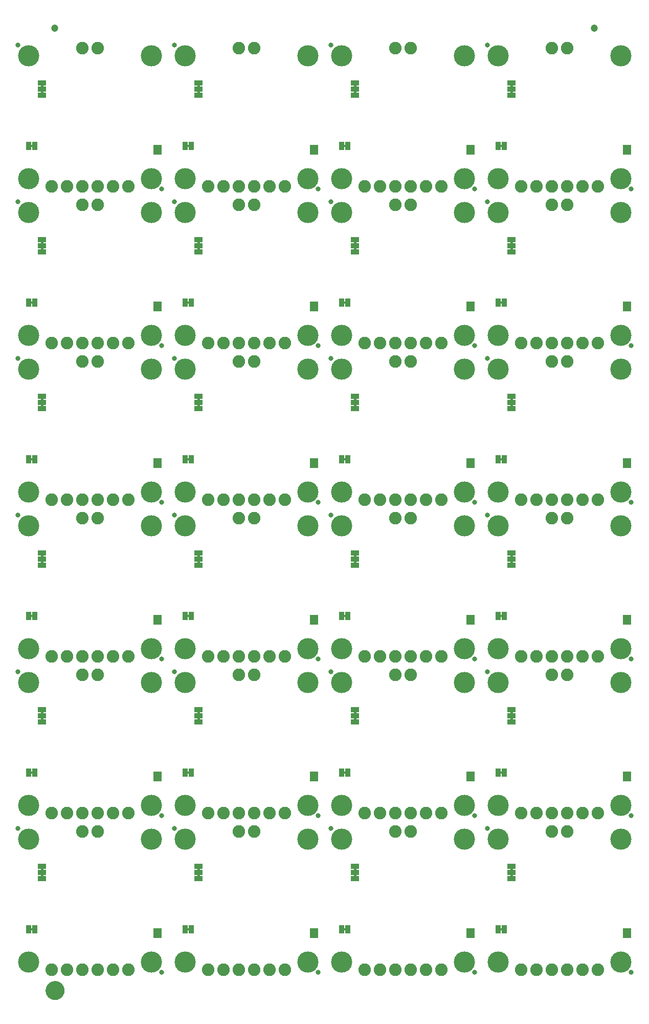
<source format=gbs>
G04 EAGLE Gerber RS-274X export*
G75*
%MOMM*%
%FSLAX34Y34*%
%LPD*%
%INSoldermask Bottom*%
%IPPOS*%
%AMOC8*
5,1,8,0,0,1.08239X$1,22.5*%
G01*
%ADD10C,3.505200*%
%ADD11R,1.473200X0.863600*%
%ADD12C,2.082800*%
%ADD13C,0.838200*%
%ADD14R,1.473200X0.838200*%
%ADD15R,0.863600X1.473200*%
%ADD16C,1.203200*%
%ADD17C,1.270000*%
%ADD18C,1.703200*%

G36*
X566993Y425462D02*
X566993Y425462D01*
X567059Y425464D01*
X567102Y425482D01*
X567149Y425490D01*
X567206Y425524D01*
X567266Y425549D01*
X567301Y425580D01*
X567342Y425605D01*
X567384Y425656D01*
X567432Y425700D01*
X567454Y425742D01*
X567483Y425779D01*
X567504Y425841D01*
X567535Y425900D01*
X567543Y425954D01*
X567555Y425991D01*
X567554Y426031D01*
X567562Y426085D01*
X567562Y429895D01*
X567551Y429960D01*
X567549Y430026D01*
X567531Y430069D01*
X567523Y430116D01*
X567489Y430173D01*
X567464Y430233D01*
X567433Y430268D01*
X567408Y430309D01*
X567357Y430351D01*
X567313Y430399D01*
X567271Y430421D01*
X567234Y430450D01*
X567172Y430471D01*
X567113Y430502D01*
X567059Y430510D01*
X567022Y430522D01*
X566982Y430521D01*
X566928Y430529D01*
X564388Y430529D01*
X564323Y430518D01*
X564257Y430516D01*
X564214Y430498D01*
X564167Y430490D01*
X564110Y430456D01*
X564050Y430431D01*
X564015Y430400D01*
X563974Y430375D01*
X563933Y430324D01*
X563884Y430280D01*
X563862Y430238D01*
X563833Y430201D01*
X563812Y430139D01*
X563781Y430080D01*
X563773Y430026D01*
X563761Y429989D01*
X563761Y429985D01*
X563761Y429984D01*
X563762Y429949D01*
X563754Y429895D01*
X563754Y426085D01*
X563765Y426020D01*
X563767Y425954D01*
X563785Y425911D01*
X563793Y425864D01*
X563827Y425807D01*
X563852Y425747D01*
X563883Y425712D01*
X563908Y425671D01*
X563959Y425630D01*
X564003Y425581D01*
X564045Y425559D01*
X564082Y425530D01*
X564144Y425509D01*
X564203Y425478D01*
X564257Y425470D01*
X564294Y425458D01*
X564334Y425459D01*
X564388Y425451D01*
X566928Y425451D01*
X566993Y425462D01*
G37*
G36*
X48833Y425462D02*
X48833Y425462D01*
X48899Y425464D01*
X48942Y425482D01*
X48989Y425490D01*
X49046Y425524D01*
X49106Y425549D01*
X49141Y425580D01*
X49182Y425605D01*
X49224Y425656D01*
X49272Y425700D01*
X49294Y425742D01*
X49323Y425779D01*
X49344Y425841D01*
X49375Y425900D01*
X49383Y425954D01*
X49395Y425991D01*
X49394Y426031D01*
X49402Y426085D01*
X49402Y429895D01*
X49391Y429960D01*
X49389Y430026D01*
X49371Y430069D01*
X49363Y430116D01*
X49329Y430173D01*
X49304Y430233D01*
X49273Y430268D01*
X49248Y430309D01*
X49197Y430351D01*
X49153Y430399D01*
X49111Y430421D01*
X49074Y430450D01*
X49012Y430471D01*
X48953Y430502D01*
X48899Y430510D01*
X48862Y430522D01*
X48822Y430521D01*
X48768Y430529D01*
X46228Y430529D01*
X46163Y430518D01*
X46097Y430516D01*
X46054Y430498D01*
X46007Y430490D01*
X45950Y430456D01*
X45890Y430431D01*
X45855Y430400D01*
X45814Y430375D01*
X45773Y430324D01*
X45724Y430280D01*
X45702Y430238D01*
X45673Y430201D01*
X45652Y430139D01*
X45621Y430080D01*
X45613Y430026D01*
X45601Y429989D01*
X45601Y429985D01*
X45601Y429984D01*
X45602Y429949D01*
X45594Y429895D01*
X45594Y426085D01*
X45605Y426020D01*
X45607Y425954D01*
X45625Y425911D01*
X45633Y425864D01*
X45667Y425807D01*
X45692Y425747D01*
X45723Y425712D01*
X45748Y425671D01*
X45799Y425630D01*
X45843Y425581D01*
X45885Y425559D01*
X45922Y425530D01*
X45984Y425509D01*
X46043Y425478D01*
X46097Y425470D01*
X46134Y425458D01*
X46174Y425459D01*
X46228Y425451D01*
X48768Y425451D01*
X48833Y425462D01*
G37*
G36*
X826073Y425462D02*
X826073Y425462D01*
X826139Y425464D01*
X826182Y425482D01*
X826229Y425490D01*
X826286Y425524D01*
X826346Y425549D01*
X826381Y425580D01*
X826422Y425605D01*
X826464Y425656D01*
X826512Y425700D01*
X826534Y425742D01*
X826563Y425779D01*
X826584Y425841D01*
X826615Y425900D01*
X826623Y425954D01*
X826635Y425991D01*
X826634Y426031D01*
X826642Y426085D01*
X826642Y429895D01*
X826631Y429960D01*
X826629Y430026D01*
X826611Y430069D01*
X826603Y430116D01*
X826569Y430173D01*
X826544Y430233D01*
X826513Y430268D01*
X826488Y430309D01*
X826437Y430351D01*
X826393Y430399D01*
X826351Y430421D01*
X826314Y430450D01*
X826252Y430471D01*
X826193Y430502D01*
X826139Y430510D01*
X826102Y430522D01*
X826062Y430521D01*
X826008Y430529D01*
X823468Y430529D01*
X823403Y430518D01*
X823337Y430516D01*
X823294Y430498D01*
X823247Y430490D01*
X823190Y430456D01*
X823130Y430431D01*
X823095Y430400D01*
X823054Y430375D01*
X823013Y430324D01*
X822964Y430280D01*
X822942Y430238D01*
X822913Y430201D01*
X822892Y430139D01*
X822861Y430080D01*
X822853Y430026D01*
X822841Y429989D01*
X822841Y429985D01*
X822841Y429984D01*
X822842Y429949D01*
X822834Y429895D01*
X822834Y426085D01*
X822845Y426020D01*
X822847Y425954D01*
X822865Y425911D01*
X822873Y425864D01*
X822907Y425807D01*
X822932Y425747D01*
X822963Y425712D01*
X822988Y425671D01*
X823039Y425630D01*
X823083Y425581D01*
X823125Y425559D01*
X823162Y425530D01*
X823224Y425509D01*
X823283Y425478D01*
X823337Y425470D01*
X823374Y425458D01*
X823414Y425459D01*
X823468Y425451D01*
X826008Y425451D01*
X826073Y425462D01*
G37*
G36*
X307913Y425462D02*
X307913Y425462D01*
X307979Y425464D01*
X308022Y425482D01*
X308069Y425490D01*
X308126Y425524D01*
X308186Y425549D01*
X308221Y425580D01*
X308262Y425605D01*
X308304Y425656D01*
X308352Y425700D01*
X308374Y425742D01*
X308403Y425779D01*
X308424Y425841D01*
X308455Y425900D01*
X308463Y425954D01*
X308475Y425991D01*
X308474Y426031D01*
X308482Y426085D01*
X308482Y429895D01*
X308471Y429960D01*
X308469Y430026D01*
X308451Y430069D01*
X308443Y430116D01*
X308409Y430173D01*
X308384Y430233D01*
X308353Y430268D01*
X308328Y430309D01*
X308277Y430351D01*
X308233Y430399D01*
X308191Y430421D01*
X308154Y430450D01*
X308092Y430471D01*
X308033Y430502D01*
X307979Y430510D01*
X307942Y430522D01*
X307902Y430521D01*
X307848Y430529D01*
X305308Y430529D01*
X305243Y430518D01*
X305177Y430516D01*
X305134Y430498D01*
X305087Y430490D01*
X305030Y430456D01*
X304970Y430431D01*
X304935Y430400D01*
X304894Y430375D01*
X304853Y430324D01*
X304804Y430280D01*
X304782Y430238D01*
X304753Y430201D01*
X304732Y430139D01*
X304701Y430080D01*
X304693Y430026D01*
X304681Y429989D01*
X304681Y429985D01*
X304681Y429984D01*
X304682Y429949D01*
X304674Y429895D01*
X304674Y426085D01*
X304685Y426020D01*
X304687Y425954D01*
X304705Y425911D01*
X304713Y425864D01*
X304747Y425807D01*
X304772Y425747D01*
X304803Y425712D01*
X304828Y425671D01*
X304879Y425630D01*
X304923Y425581D01*
X304965Y425559D01*
X305002Y425530D01*
X305064Y425509D01*
X305123Y425478D01*
X305177Y425470D01*
X305214Y425458D01*
X305254Y425459D01*
X305308Y425451D01*
X307848Y425451D01*
X307913Y425462D01*
G37*
G36*
X307913Y943622D02*
X307913Y943622D01*
X307979Y943624D01*
X308022Y943642D01*
X308069Y943650D01*
X308126Y943684D01*
X308186Y943709D01*
X308221Y943740D01*
X308262Y943765D01*
X308304Y943816D01*
X308352Y943860D01*
X308374Y943902D01*
X308403Y943939D01*
X308424Y944001D01*
X308455Y944060D01*
X308463Y944114D01*
X308475Y944151D01*
X308474Y944191D01*
X308482Y944245D01*
X308482Y948055D01*
X308471Y948120D01*
X308469Y948186D01*
X308451Y948229D01*
X308443Y948276D01*
X308409Y948333D01*
X308384Y948393D01*
X308353Y948428D01*
X308328Y948469D01*
X308277Y948511D01*
X308233Y948559D01*
X308191Y948581D01*
X308154Y948610D01*
X308092Y948631D01*
X308033Y948662D01*
X307979Y948670D01*
X307942Y948682D01*
X307902Y948681D01*
X307848Y948689D01*
X305308Y948689D01*
X305243Y948678D01*
X305177Y948676D01*
X305134Y948658D01*
X305087Y948650D01*
X305030Y948616D01*
X304970Y948591D01*
X304935Y948560D01*
X304894Y948535D01*
X304853Y948484D01*
X304804Y948440D01*
X304782Y948398D01*
X304753Y948361D01*
X304732Y948299D01*
X304701Y948240D01*
X304693Y948186D01*
X304681Y948149D01*
X304681Y948145D01*
X304681Y948144D01*
X304682Y948109D01*
X304674Y948055D01*
X304674Y944245D01*
X304685Y944180D01*
X304687Y944114D01*
X304705Y944071D01*
X304713Y944024D01*
X304747Y943967D01*
X304772Y943907D01*
X304803Y943872D01*
X304828Y943831D01*
X304879Y943790D01*
X304923Y943741D01*
X304965Y943719D01*
X305002Y943690D01*
X305064Y943669D01*
X305123Y943638D01*
X305177Y943630D01*
X305214Y943618D01*
X305254Y943619D01*
X305308Y943611D01*
X307848Y943611D01*
X307913Y943622D01*
G37*
G36*
X48833Y943622D02*
X48833Y943622D01*
X48899Y943624D01*
X48942Y943642D01*
X48989Y943650D01*
X49046Y943684D01*
X49106Y943709D01*
X49141Y943740D01*
X49182Y943765D01*
X49224Y943816D01*
X49272Y943860D01*
X49294Y943902D01*
X49323Y943939D01*
X49344Y944001D01*
X49375Y944060D01*
X49383Y944114D01*
X49395Y944151D01*
X49394Y944191D01*
X49402Y944245D01*
X49402Y948055D01*
X49391Y948120D01*
X49389Y948186D01*
X49371Y948229D01*
X49363Y948276D01*
X49329Y948333D01*
X49304Y948393D01*
X49273Y948428D01*
X49248Y948469D01*
X49197Y948511D01*
X49153Y948559D01*
X49111Y948581D01*
X49074Y948610D01*
X49012Y948631D01*
X48953Y948662D01*
X48899Y948670D01*
X48862Y948682D01*
X48822Y948681D01*
X48768Y948689D01*
X46228Y948689D01*
X46163Y948678D01*
X46097Y948676D01*
X46054Y948658D01*
X46007Y948650D01*
X45950Y948616D01*
X45890Y948591D01*
X45855Y948560D01*
X45814Y948535D01*
X45773Y948484D01*
X45724Y948440D01*
X45702Y948398D01*
X45673Y948361D01*
X45652Y948299D01*
X45621Y948240D01*
X45613Y948186D01*
X45601Y948149D01*
X45601Y948145D01*
X45601Y948144D01*
X45602Y948109D01*
X45594Y948055D01*
X45594Y944245D01*
X45605Y944180D01*
X45607Y944114D01*
X45625Y944071D01*
X45633Y944024D01*
X45667Y943967D01*
X45692Y943907D01*
X45723Y943872D01*
X45748Y943831D01*
X45799Y943790D01*
X45843Y943741D01*
X45885Y943719D01*
X45922Y943690D01*
X45984Y943669D01*
X46043Y943638D01*
X46097Y943630D01*
X46134Y943618D01*
X46174Y943619D01*
X46228Y943611D01*
X48768Y943611D01*
X48833Y943622D01*
G37*
G36*
X566993Y943622D02*
X566993Y943622D01*
X567059Y943624D01*
X567102Y943642D01*
X567149Y943650D01*
X567206Y943684D01*
X567266Y943709D01*
X567301Y943740D01*
X567342Y943765D01*
X567384Y943816D01*
X567432Y943860D01*
X567454Y943902D01*
X567483Y943939D01*
X567504Y944001D01*
X567535Y944060D01*
X567543Y944114D01*
X567555Y944151D01*
X567554Y944191D01*
X567562Y944245D01*
X567562Y948055D01*
X567551Y948120D01*
X567549Y948186D01*
X567531Y948229D01*
X567523Y948276D01*
X567489Y948333D01*
X567464Y948393D01*
X567433Y948428D01*
X567408Y948469D01*
X567357Y948511D01*
X567313Y948559D01*
X567271Y948581D01*
X567234Y948610D01*
X567172Y948631D01*
X567113Y948662D01*
X567059Y948670D01*
X567022Y948682D01*
X566982Y948681D01*
X566928Y948689D01*
X564388Y948689D01*
X564323Y948678D01*
X564257Y948676D01*
X564214Y948658D01*
X564167Y948650D01*
X564110Y948616D01*
X564050Y948591D01*
X564015Y948560D01*
X563974Y948535D01*
X563933Y948484D01*
X563884Y948440D01*
X563862Y948398D01*
X563833Y948361D01*
X563812Y948299D01*
X563781Y948240D01*
X563773Y948186D01*
X563761Y948149D01*
X563761Y948145D01*
X563761Y948144D01*
X563762Y948109D01*
X563754Y948055D01*
X563754Y944245D01*
X563765Y944180D01*
X563767Y944114D01*
X563785Y944071D01*
X563793Y944024D01*
X563827Y943967D01*
X563852Y943907D01*
X563883Y943872D01*
X563908Y943831D01*
X563959Y943790D01*
X564003Y943741D01*
X564045Y943719D01*
X564082Y943690D01*
X564144Y943669D01*
X564203Y943638D01*
X564257Y943630D01*
X564294Y943618D01*
X564334Y943619D01*
X564388Y943611D01*
X566928Y943611D01*
X566993Y943622D01*
G37*
G36*
X826073Y943622D02*
X826073Y943622D01*
X826139Y943624D01*
X826182Y943642D01*
X826229Y943650D01*
X826286Y943684D01*
X826346Y943709D01*
X826381Y943740D01*
X826422Y943765D01*
X826464Y943816D01*
X826512Y943860D01*
X826534Y943902D01*
X826563Y943939D01*
X826584Y944001D01*
X826615Y944060D01*
X826623Y944114D01*
X826635Y944151D01*
X826634Y944191D01*
X826642Y944245D01*
X826642Y948055D01*
X826631Y948120D01*
X826629Y948186D01*
X826611Y948229D01*
X826603Y948276D01*
X826569Y948333D01*
X826544Y948393D01*
X826513Y948428D01*
X826488Y948469D01*
X826437Y948511D01*
X826393Y948559D01*
X826351Y948581D01*
X826314Y948610D01*
X826252Y948631D01*
X826193Y948662D01*
X826139Y948670D01*
X826102Y948682D01*
X826062Y948681D01*
X826008Y948689D01*
X823468Y948689D01*
X823403Y948678D01*
X823337Y948676D01*
X823294Y948658D01*
X823247Y948650D01*
X823190Y948616D01*
X823130Y948591D01*
X823095Y948560D01*
X823054Y948535D01*
X823013Y948484D01*
X822964Y948440D01*
X822942Y948398D01*
X822913Y948361D01*
X822892Y948299D01*
X822861Y948240D01*
X822853Y948186D01*
X822841Y948149D01*
X822841Y948145D01*
X822841Y948144D01*
X822842Y948109D01*
X822834Y948055D01*
X822834Y944245D01*
X822845Y944180D01*
X822847Y944114D01*
X822865Y944071D01*
X822873Y944024D01*
X822907Y943967D01*
X822932Y943907D01*
X822963Y943872D01*
X822988Y943831D01*
X823039Y943790D01*
X823083Y943741D01*
X823125Y943719D01*
X823162Y943690D01*
X823224Y943669D01*
X823283Y943638D01*
X823337Y943630D01*
X823374Y943618D01*
X823414Y943619D01*
X823468Y943611D01*
X826008Y943611D01*
X826073Y943622D01*
G37*
G36*
X48833Y166382D02*
X48833Y166382D01*
X48899Y166384D01*
X48942Y166402D01*
X48989Y166410D01*
X49046Y166444D01*
X49106Y166469D01*
X49141Y166500D01*
X49182Y166525D01*
X49224Y166576D01*
X49272Y166620D01*
X49294Y166662D01*
X49323Y166699D01*
X49344Y166761D01*
X49375Y166820D01*
X49383Y166874D01*
X49395Y166911D01*
X49394Y166951D01*
X49402Y167005D01*
X49402Y170815D01*
X49391Y170880D01*
X49389Y170946D01*
X49371Y170989D01*
X49363Y171036D01*
X49329Y171093D01*
X49304Y171153D01*
X49273Y171188D01*
X49248Y171229D01*
X49197Y171271D01*
X49153Y171319D01*
X49111Y171341D01*
X49074Y171370D01*
X49012Y171391D01*
X48953Y171422D01*
X48899Y171430D01*
X48862Y171442D01*
X48822Y171441D01*
X48768Y171449D01*
X46228Y171449D01*
X46163Y171438D01*
X46097Y171436D01*
X46054Y171418D01*
X46007Y171410D01*
X45950Y171376D01*
X45890Y171351D01*
X45855Y171320D01*
X45814Y171295D01*
X45773Y171244D01*
X45724Y171200D01*
X45702Y171158D01*
X45673Y171121D01*
X45652Y171059D01*
X45621Y171000D01*
X45613Y170946D01*
X45601Y170909D01*
X45601Y170905D01*
X45601Y170904D01*
X45602Y170869D01*
X45594Y170815D01*
X45594Y167005D01*
X45605Y166940D01*
X45607Y166874D01*
X45625Y166831D01*
X45633Y166784D01*
X45667Y166727D01*
X45692Y166667D01*
X45723Y166632D01*
X45748Y166591D01*
X45799Y166550D01*
X45843Y166501D01*
X45885Y166479D01*
X45922Y166450D01*
X45984Y166429D01*
X46043Y166398D01*
X46097Y166390D01*
X46134Y166378D01*
X46174Y166379D01*
X46228Y166371D01*
X48768Y166371D01*
X48833Y166382D01*
G37*
G36*
X826073Y166382D02*
X826073Y166382D01*
X826139Y166384D01*
X826182Y166402D01*
X826229Y166410D01*
X826286Y166444D01*
X826346Y166469D01*
X826381Y166500D01*
X826422Y166525D01*
X826464Y166576D01*
X826512Y166620D01*
X826534Y166662D01*
X826563Y166699D01*
X826584Y166761D01*
X826615Y166820D01*
X826623Y166874D01*
X826635Y166911D01*
X826634Y166951D01*
X826642Y167005D01*
X826642Y170815D01*
X826631Y170880D01*
X826629Y170946D01*
X826611Y170989D01*
X826603Y171036D01*
X826569Y171093D01*
X826544Y171153D01*
X826513Y171188D01*
X826488Y171229D01*
X826437Y171271D01*
X826393Y171319D01*
X826351Y171341D01*
X826314Y171370D01*
X826252Y171391D01*
X826193Y171422D01*
X826139Y171430D01*
X826102Y171442D01*
X826062Y171441D01*
X826008Y171449D01*
X823468Y171449D01*
X823403Y171438D01*
X823337Y171436D01*
X823294Y171418D01*
X823247Y171410D01*
X823190Y171376D01*
X823130Y171351D01*
X823095Y171320D01*
X823054Y171295D01*
X823013Y171244D01*
X822964Y171200D01*
X822942Y171158D01*
X822913Y171121D01*
X822892Y171059D01*
X822861Y171000D01*
X822853Y170946D01*
X822841Y170909D01*
X822841Y170905D01*
X822841Y170904D01*
X822842Y170869D01*
X822834Y170815D01*
X822834Y167005D01*
X822845Y166940D01*
X822847Y166874D01*
X822865Y166831D01*
X822873Y166784D01*
X822907Y166727D01*
X822932Y166667D01*
X822963Y166632D01*
X822988Y166591D01*
X823039Y166550D01*
X823083Y166501D01*
X823125Y166479D01*
X823162Y166450D01*
X823224Y166429D01*
X823283Y166398D01*
X823337Y166390D01*
X823374Y166378D01*
X823414Y166379D01*
X823468Y166371D01*
X826008Y166371D01*
X826073Y166382D01*
G37*
G36*
X307913Y166382D02*
X307913Y166382D01*
X307979Y166384D01*
X308022Y166402D01*
X308069Y166410D01*
X308126Y166444D01*
X308186Y166469D01*
X308221Y166500D01*
X308262Y166525D01*
X308304Y166576D01*
X308352Y166620D01*
X308374Y166662D01*
X308403Y166699D01*
X308424Y166761D01*
X308455Y166820D01*
X308463Y166874D01*
X308475Y166911D01*
X308474Y166951D01*
X308482Y167005D01*
X308482Y170815D01*
X308471Y170880D01*
X308469Y170946D01*
X308451Y170989D01*
X308443Y171036D01*
X308409Y171093D01*
X308384Y171153D01*
X308353Y171188D01*
X308328Y171229D01*
X308277Y171271D01*
X308233Y171319D01*
X308191Y171341D01*
X308154Y171370D01*
X308092Y171391D01*
X308033Y171422D01*
X307979Y171430D01*
X307942Y171442D01*
X307902Y171441D01*
X307848Y171449D01*
X305308Y171449D01*
X305243Y171438D01*
X305177Y171436D01*
X305134Y171418D01*
X305087Y171410D01*
X305030Y171376D01*
X304970Y171351D01*
X304935Y171320D01*
X304894Y171295D01*
X304853Y171244D01*
X304804Y171200D01*
X304782Y171158D01*
X304753Y171121D01*
X304732Y171059D01*
X304701Y171000D01*
X304693Y170946D01*
X304681Y170909D01*
X304681Y170905D01*
X304681Y170904D01*
X304682Y170869D01*
X304674Y170815D01*
X304674Y167005D01*
X304685Y166940D01*
X304687Y166874D01*
X304705Y166831D01*
X304713Y166784D01*
X304747Y166727D01*
X304772Y166667D01*
X304803Y166632D01*
X304828Y166591D01*
X304879Y166550D01*
X304923Y166501D01*
X304965Y166479D01*
X305002Y166450D01*
X305064Y166429D01*
X305123Y166398D01*
X305177Y166390D01*
X305214Y166378D01*
X305254Y166379D01*
X305308Y166371D01*
X307848Y166371D01*
X307913Y166382D01*
G37*
G36*
X566993Y166382D02*
X566993Y166382D01*
X567059Y166384D01*
X567102Y166402D01*
X567149Y166410D01*
X567206Y166444D01*
X567266Y166469D01*
X567301Y166500D01*
X567342Y166525D01*
X567384Y166576D01*
X567432Y166620D01*
X567454Y166662D01*
X567483Y166699D01*
X567504Y166761D01*
X567535Y166820D01*
X567543Y166874D01*
X567555Y166911D01*
X567554Y166951D01*
X567562Y167005D01*
X567562Y170815D01*
X567551Y170880D01*
X567549Y170946D01*
X567531Y170989D01*
X567523Y171036D01*
X567489Y171093D01*
X567464Y171153D01*
X567433Y171188D01*
X567408Y171229D01*
X567357Y171271D01*
X567313Y171319D01*
X567271Y171341D01*
X567234Y171370D01*
X567172Y171391D01*
X567113Y171422D01*
X567059Y171430D01*
X567022Y171442D01*
X566982Y171441D01*
X566928Y171449D01*
X564388Y171449D01*
X564323Y171438D01*
X564257Y171436D01*
X564214Y171418D01*
X564167Y171410D01*
X564110Y171376D01*
X564050Y171351D01*
X564015Y171320D01*
X563974Y171295D01*
X563933Y171244D01*
X563884Y171200D01*
X563862Y171158D01*
X563833Y171121D01*
X563812Y171059D01*
X563781Y171000D01*
X563773Y170946D01*
X563761Y170909D01*
X563761Y170905D01*
X563761Y170904D01*
X563762Y170869D01*
X563754Y170815D01*
X563754Y167005D01*
X563765Y166940D01*
X563767Y166874D01*
X563785Y166831D01*
X563793Y166784D01*
X563827Y166727D01*
X563852Y166667D01*
X563883Y166632D01*
X563908Y166591D01*
X563959Y166550D01*
X564003Y166501D01*
X564045Y166479D01*
X564082Y166450D01*
X564144Y166429D01*
X564203Y166398D01*
X564257Y166390D01*
X564294Y166378D01*
X564334Y166379D01*
X564388Y166371D01*
X566928Y166371D01*
X566993Y166382D01*
G37*
G36*
X307913Y1471942D02*
X307913Y1471942D01*
X307979Y1471944D01*
X308022Y1471962D01*
X308069Y1471970D01*
X308126Y1472004D01*
X308186Y1472029D01*
X308221Y1472060D01*
X308262Y1472085D01*
X308304Y1472136D01*
X308352Y1472180D01*
X308374Y1472222D01*
X308403Y1472259D01*
X308424Y1472321D01*
X308455Y1472380D01*
X308463Y1472434D01*
X308475Y1472471D01*
X308474Y1472511D01*
X308482Y1472565D01*
X308482Y1476375D01*
X308471Y1476440D01*
X308469Y1476506D01*
X308451Y1476549D01*
X308443Y1476596D01*
X308409Y1476653D01*
X308384Y1476713D01*
X308353Y1476748D01*
X308328Y1476789D01*
X308277Y1476831D01*
X308233Y1476879D01*
X308191Y1476901D01*
X308154Y1476930D01*
X308092Y1476951D01*
X308033Y1476982D01*
X307979Y1476990D01*
X307942Y1477002D01*
X307902Y1477001D01*
X307848Y1477009D01*
X305308Y1477009D01*
X305243Y1476998D01*
X305177Y1476996D01*
X305134Y1476978D01*
X305087Y1476970D01*
X305030Y1476936D01*
X304970Y1476911D01*
X304935Y1476880D01*
X304894Y1476855D01*
X304853Y1476804D01*
X304804Y1476760D01*
X304782Y1476718D01*
X304753Y1476681D01*
X304732Y1476619D01*
X304701Y1476560D01*
X304693Y1476506D01*
X304681Y1476469D01*
X304681Y1476465D01*
X304681Y1476464D01*
X304682Y1476429D01*
X304674Y1476375D01*
X304674Y1472565D01*
X304685Y1472500D01*
X304687Y1472434D01*
X304705Y1472391D01*
X304713Y1472344D01*
X304747Y1472287D01*
X304772Y1472227D01*
X304803Y1472192D01*
X304828Y1472151D01*
X304879Y1472110D01*
X304923Y1472061D01*
X304965Y1472039D01*
X305002Y1472010D01*
X305064Y1471989D01*
X305123Y1471958D01*
X305177Y1471950D01*
X305214Y1471938D01*
X305254Y1471939D01*
X305308Y1471931D01*
X307848Y1471931D01*
X307913Y1471942D01*
G37*
G36*
X826073Y1471942D02*
X826073Y1471942D01*
X826139Y1471944D01*
X826182Y1471962D01*
X826229Y1471970D01*
X826286Y1472004D01*
X826346Y1472029D01*
X826381Y1472060D01*
X826422Y1472085D01*
X826464Y1472136D01*
X826512Y1472180D01*
X826534Y1472222D01*
X826563Y1472259D01*
X826584Y1472321D01*
X826615Y1472380D01*
X826623Y1472434D01*
X826635Y1472471D01*
X826634Y1472511D01*
X826642Y1472565D01*
X826642Y1476375D01*
X826631Y1476440D01*
X826629Y1476506D01*
X826611Y1476549D01*
X826603Y1476596D01*
X826569Y1476653D01*
X826544Y1476713D01*
X826513Y1476748D01*
X826488Y1476789D01*
X826437Y1476831D01*
X826393Y1476879D01*
X826351Y1476901D01*
X826314Y1476930D01*
X826252Y1476951D01*
X826193Y1476982D01*
X826139Y1476990D01*
X826102Y1477002D01*
X826062Y1477001D01*
X826008Y1477009D01*
X823468Y1477009D01*
X823403Y1476998D01*
X823337Y1476996D01*
X823294Y1476978D01*
X823247Y1476970D01*
X823190Y1476936D01*
X823130Y1476911D01*
X823095Y1476880D01*
X823054Y1476855D01*
X823013Y1476804D01*
X822964Y1476760D01*
X822942Y1476718D01*
X822913Y1476681D01*
X822892Y1476619D01*
X822861Y1476560D01*
X822853Y1476506D01*
X822841Y1476469D01*
X822841Y1476465D01*
X822841Y1476464D01*
X822842Y1476429D01*
X822834Y1476375D01*
X822834Y1472565D01*
X822845Y1472500D01*
X822847Y1472434D01*
X822865Y1472391D01*
X822873Y1472344D01*
X822907Y1472287D01*
X822932Y1472227D01*
X822963Y1472192D01*
X822988Y1472151D01*
X823039Y1472110D01*
X823083Y1472061D01*
X823125Y1472039D01*
X823162Y1472010D01*
X823224Y1471989D01*
X823283Y1471958D01*
X823337Y1471950D01*
X823374Y1471938D01*
X823414Y1471939D01*
X823468Y1471931D01*
X826008Y1471931D01*
X826073Y1471942D01*
G37*
G36*
X48833Y1471942D02*
X48833Y1471942D01*
X48899Y1471944D01*
X48942Y1471962D01*
X48989Y1471970D01*
X49046Y1472004D01*
X49106Y1472029D01*
X49141Y1472060D01*
X49182Y1472085D01*
X49224Y1472136D01*
X49272Y1472180D01*
X49294Y1472222D01*
X49323Y1472259D01*
X49344Y1472321D01*
X49375Y1472380D01*
X49383Y1472434D01*
X49395Y1472471D01*
X49394Y1472511D01*
X49402Y1472565D01*
X49402Y1476375D01*
X49391Y1476440D01*
X49389Y1476506D01*
X49371Y1476549D01*
X49363Y1476596D01*
X49329Y1476653D01*
X49304Y1476713D01*
X49273Y1476748D01*
X49248Y1476789D01*
X49197Y1476831D01*
X49153Y1476879D01*
X49111Y1476901D01*
X49074Y1476930D01*
X49012Y1476951D01*
X48953Y1476982D01*
X48899Y1476990D01*
X48862Y1477002D01*
X48822Y1477001D01*
X48768Y1477009D01*
X46228Y1477009D01*
X46163Y1476998D01*
X46097Y1476996D01*
X46054Y1476978D01*
X46007Y1476970D01*
X45950Y1476936D01*
X45890Y1476911D01*
X45855Y1476880D01*
X45814Y1476855D01*
X45773Y1476804D01*
X45724Y1476760D01*
X45702Y1476718D01*
X45673Y1476681D01*
X45652Y1476619D01*
X45621Y1476560D01*
X45613Y1476506D01*
X45601Y1476469D01*
X45601Y1476465D01*
X45601Y1476464D01*
X45602Y1476429D01*
X45594Y1476375D01*
X45594Y1472565D01*
X45605Y1472500D01*
X45607Y1472434D01*
X45625Y1472391D01*
X45633Y1472344D01*
X45667Y1472287D01*
X45692Y1472227D01*
X45723Y1472192D01*
X45748Y1472151D01*
X45799Y1472110D01*
X45843Y1472061D01*
X45885Y1472039D01*
X45922Y1472010D01*
X45984Y1471989D01*
X46043Y1471958D01*
X46097Y1471950D01*
X46134Y1471938D01*
X46174Y1471939D01*
X46228Y1471931D01*
X48768Y1471931D01*
X48833Y1471942D01*
G37*
G36*
X566993Y1471942D02*
X566993Y1471942D01*
X567059Y1471944D01*
X567102Y1471962D01*
X567149Y1471970D01*
X567206Y1472004D01*
X567266Y1472029D01*
X567301Y1472060D01*
X567342Y1472085D01*
X567384Y1472136D01*
X567432Y1472180D01*
X567454Y1472222D01*
X567483Y1472259D01*
X567504Y1472321D01*
X567535Y1472380D01*
X567543Y1472434D01*
X567555Y1472471D01*
X567554Y1472511D01*
X567562Y1472565D01*
X567562Y1476375D01*
X567551Y1476440D01*
X567549Y1476506D01*
X567531Y1476549D01*
X567523Y1476596D01*
X567489Y1476653D01*
X567464Y1476713D01*
X567433Y1476748D01*
X567408Y1476789D01*
X567357Y1476831D01*
X567313Y1476879D01*
X567271Y1476901D01*
X567234Y1476930D01*
X567172Y1476951D01*
X567113Y1476982D01*
X567059Y1476990D01*
X567022Y1477002D01*
X566982Y1477001D01*
X566928Y1477009D01*
X564388Y1477009D01*
X564323Y1476998D01*
X564257Y1476996D01*
X564214Y1476978D01*
X564167Y1476970D01*
X564110Y1476936D01*
X564050Y1476911D01*
X564015Y1476880D01*
X563974Y1476855D01*
X563933Y1476804D01*
X563884Y1476760D01*
X563862Y1476718D01*
X563833Y1476681D01*
X563812Y1476619D01*
X563781Y1476560D01*
X563773Y1476506D01*
X563761Y1476469D01*
X563761Y1476465D01*
X563761Y1476464D01*
X563762Y1476429D01*
X563754Y1476375D01*
X563754Y1472565D01*
X563765Y1472500D01*
X563767Y1472434D01*
X563785Y1472391D01*
X563793Y1472344D01*
X563827Y1472287D01*
X563852Y1472227D01*
X563883Y1472192D01*
X563908Y1472151D01*
X563959Y1472110D01*
X564003Y1472061D01*
X564045Y1472039D01*
X564082Y1472010D01*
X564144Y1471989D01*
X564203Y1471958D01*
X564257Y1471950D01*
X564294Y1471938D01*
X564334Y1471939D01*
X564388Y1471931D01*
X566928Y1471931D01*
X566993Y1471942D01*
G37*
G36*
X566993Y1461782D02*
X566993Y1461782D01*
X567059Y1461784D01*
X567102Y1461802D01*
X567149Y1461810D01*
X567206Y1461844D01*
X567266Y1461869D01*
X567301Y1461900D01*
X567342Y1461925D01*
X567384Y1461976D01*
X567432Y1462020D01*
X567454Y1462062D01*
X567483Y1462099D01*
X567504Y1462161D01*
X567535Y1462220D01*
X567543Y1462274D01*
X567555Y1462311D01*
X567554Y1462351D01*
X567562Y1462405D01*
X567562Y1466215D01*
X567551Y1466280D01*
X567549Y1466346D01*
X567531Y1466389D01*
X567523Y1466436D01*
X567489Y1466493D01*
X567464Y1466553D01*
X567433Y1466588D01*
X567408Y1466629D01*
X567357Y1466671D01*
X567313Y1466719D01*
X567271Y1466741D01*
X567234Y1466770D01*
X567172Y1466791D01*
X567113Y1466822D01*
X567059Y1466830D01*
X567022Y1466842D01*
X566982Y1466841D01*
X566928Y1466849D01*
X564388Y1466849D01*
X564323Y1466838D01*
X564257Y1466836D01*
X564214Y1466818D01*
X564167Y1466810D01*
X564110Y1466776D01*
X564050Y1466751D01*
X564015Y1466720D01*
X563974Y1466695D01*
X563933Y1466644D01*
X563884Y1466600D01*
X563862Y1466558D01*
X563833Y1466521D01*
X563812Y1466459D01*
X563781Y1466400D01*
X563773Y1466346D01*
X563761Y1466309D01*
X563761Y1466305D01*
X563761Y1466304D01*
X563762Y1466269D01*
X563754Y1466215D01*
X563754Y1462405D01*
X563765Y1462340D01*
X563767Y1462274D01*
X563785Y1462231D01*
X563793Y1462184D01*
X563827Y1462127D01*
X563852Y1462067D01*
X563883Y1462032D01*
X563908Y1461991D01*
X563959Y1461950D01*
X564003Y1461901D01*
X564045Y1461879D01*
X564082Y1461850D01*
X564144Y1461829D01*
X564203Y1461798D01*
X564257Y1461790D01*
X564294Y1461778D01*
X564334Y1461779D01*
X564388Y1461771D01*
X566928Y1461771D01*
X566993Y1461782D01*
G37*
G36*
X826073Y1461782D02*
X826073Y1461782D01*
X826139Y1461784D01*
X826182Y1461802D01*
X826229Y1461810D01*
X826286Y1461844D01*
X826346Y1461869D01*
X826381Y1461900D01*
X826422Y1461925D01*
X826464Y1461976D01*
X826512Y1462020D01*
X826534Y1462062D01*
X826563Y1462099D01*
X826584Y1462161D01*
X826615Y1462220D01*
X826623Y1462274D01*
X826635Y1462311D01*
X826634Y1462351D01*
X826642Y1462405D01*
X826642Y1466215D01*
X826631Y1466280D01*
X826629Y1466346D01*
X826611Y1466389D01*
X826603Y1466436D01*
X826569Y1466493D01*
X826544Y1466553D01*
X826513Y1466588D01*
X826488Y1466629D01*
X826437Y1466671D01*
X826393Y1466719D01*
X826351Y1466741D01*
X826314Y1466770D01*
X826252Y1466791D01*
X826193Y1466822D01*
X826139Y1466830D01*
X826102Y1466842D01*
X826062Y1466841D01*
X826008Y1466849D01*
X823468Y1466849D01*
X823403Y1466838D01*
X823337Y1466836D01*
X823294Y1466818D01*
X823247Y1466810D01*
X823190Y1466776D01*
X823130Y1466751D01*
X823095Y1466720D01*
X823054Y1466695D01*
X823013Y1466644D01*
X822964Y1466600D01*
X822942Y1466558D01*
X822913Y1466521D01*
X822892Y1466459D01*
X822861Y1466400D01*
X822853Y1466346D01*
X822841Y1466309D01*
X822841Y1466305D01*
X822841Y1466304D01*
X822842Y1466269D01*
X822834Y1466215D01*
X822834Y1462405D01*
X822845Y1462340D01*
X822847Y1462274D01*
X822865Y1462231D01*
X822873Y1462184D01*
X822907Y1462127D01*
X822932Y1462067D01*
X822963Y1462032D01*
X822988Y1461991D01*
X823039Y1461950D01*
X823083Y1461901D01*
X823125Y1461879D01*
X823162Y1461850D01*
X823224Y1461829D01*
X823283Y1461798D01*
X823337Y1461790D01*
X823374Y1461778D01*
X823414Y1461779D01*
X823468Y1461771D01*
X826008Y1461771D01*
X826073Y1461782D01*
G37*
G36*
X307913Y1461782D02*
X307913Y1461782D01*
X307979Y1461784D01*
X308022Y1461802D01*
X308069Y1461810D01*
X308126Y1461844D01*
X308186Y1461869D01*
X308221Y1461900D01*
X308262Y1461925D01*
X308304Y1461976D01*
X308352Y1462020D01*
X308374Y1462062D01*
X308403Y1462099D01*
X308424Y1462161D01*
X308455Y1462220D01*
X308463Y1462274D01*
X308475Y1462311D01*
X308474Y1462351D01*
X308482Y1462405D01*
X308482Y1466215D01*
X308471Y1466280D01*
X308469Y1466346D01*
X308451Y1466389D01*
X308443Y1466436D01*
X308409Y1466493D01*
X308384Y1466553D01*
X308353Y1466588D01*
X308328Y1466629D01*
X308277Y1466671D01*
X308233Y1466719D01*
X308191Y1466741D01*
X308154Y1466770D01*
X308092Y1466791D01*
X308033Y1466822D01*
X307979Y1466830D01*
X307942Y1466842D01*
X307902Y1466841D01*
X307848Y1466849D01*
X305308Y1466849D01*
X305243Y1466838D01*
X305177Y1466836D01*
X305134Y1466818D01*
X305087Y1466810D01*
X305030Y1466776D01*
X304970Y1466751D01*
X304935Y1466720D01*
X304894Y1466695D01*
X304853Y1466644D01*
X304804Y1466600D01*
X304782Y1466558D01*
X304753Y1466521D01*
X304732Y1466459D01*
X304701Y1466400D01*
X304693Y1466346D01*
X304681Y1466309D01*
X304681Y1466305D01*
X304681Y1466304D01*
X304682Y1466269D01*
X304674Y1466215D01*
X304674Y1462405D01*
X304685Y1462340D01*
X304687Y1462274D01*
X304705Y1462231D01*
X304713Y1462184D01*
X304747Y1462127D01*
X304772Y1462067D01*
X304803Y1462032D01*
X304828Y1461991D01*
X304879Y1461950D01*
X304923Y1461901D01*
X304965Y1461879D01*
X305002Y1461850D01*
X305064Y1461829D01*
X305123Y1461798D01*
X305177Y1461790D01*
X305214Y1461778D01*
X305254Y1461779D01*
X305308Y1461771D01*
X307848Y1461771D01*
X307913Y1461782D01*
G37*
G36*
X48833Y1461782D02*
X48833Y1461782D01*
X48899Y1461784D01*
X48942Y1461802D01*
X48989Y1461810D01*
X49046Y1461844D01*
X49106Y1461869D01*
X49141Y1461900D01*
X49182Y1461925D01*
X49224Y1461976D01*
X49272Y1462020D01*
X49294Y1462062D01*
X49323Y1462099D01*
X49344Y1462161D01*
X49375Y1462220D01*
X49383Y1462274D01*
X49395Y1462311D01*
X49394Y1462351D01*
X49402Y1462405D01*
X49402Y1466215D01*
X49391Y1466280D01*
X49389Y1466346D01*
X49371Y1466389D01*
X49363Y1466436D01*
X49329Y1466493D01*
X49304Y1466553D01*
X49273Y1466588D01*
X49248Y1466629D01*
X49197Y1466671D01*
X49153Y1466719D01*
X49111Y1466741D01*
X49074Y1466770D01*
X49012Y1466791D01*
X48953Y1466822D01*
X48899Y1466830D01*
X48862Y1466842D01*
X48822Y1466841D01*
X48768Y1466849D01*
X46228Y1466849D01*
X46163Y1466838D01*
X46097Y1466836D01*
X46054Y1466818D01*
X46007Y1466810D01*
X45950Y1466776D01*
X45890Y1466751D01*
X45855Y1466720D01*
X45814Y1466695D01*
X45773Y1466644D01*
X45724Y1466600D01*
X45702Y1466558D01*
X45673Y1466521D01*
X45652Y1466459D01*
X45621Y1466400D01*
X45613Y1466346D01*
X45601Y1466309D01*
X45601Y1466305D01*
X45601Y1466304D01*
X45602Y1466269D01*
X45594Y1466215D01*
X45594Y1462405D01*
X45605Y1462340D01*
X45607Y1462274D01*
X45625Y1462231D01*
X45633Y1462184D01*
X45667Y1462127D01*
X45692Y1462067D01*
X45723Y1462032D01*
X45748Y1461991D01*
X45799Y1461950D01*
X45843Y1461901D01*
X45885Y1461879D01*
X45922Y1461850D01*
X45984Y1461829D01*
X46043Y1461798D01*
X46097Y1461790D01*
X46134Y1461778D01*
X46174Y1461779D01*
X46228Y1461771D01*
X48768Y1461771D01*
X48833Y1461782D01*
G37*
G36*
X826073Y176542D02*
X826073Y176542D01*
X826139Y176544D01*
X826182Y176562D01*
X826229Y176570D01*
X826286Y176604D01*
X826346Y176629D01*
X826381Y176660D01*
X826422Y176685D01*
X826464Y176736D01*
X826512Y176780D01*
X826534Y176822D01*
X826563Y176859D01*
X826584Y176921D01*
X826615Y176980D01*
X826623Y177034D01*
X826635Y177071D01*
X826634Y177111D01*
X826642Y177165D01*
X826642Y180975D01*
X826631Y181040D01*
X826629Y181106D01*
X826611Y181149D01*
X826603Y181196D01*
X826569Y181253D01*
X826544Y181313D01*
X826513Y181348D01*
X826488Y181389D01*
X826437Y181431D01*
X826393Y181479D01*
X826351Y181501D01*
X826314Y181530D01*
X826252Y181551D01*
X826193Y181582D01*
X826139Y181590D01*
X826102Y181602D01*
X826062Y181601D01*
X826008Y181609D01*
X823468Y181609D01*
X823403Y181598D01*
X823337Y181596D01*
X823294Y181578D01*
X823247Y181570D01*
X823190Y181536D01*
X823130Y181511D01*
X823095Y181480D01*
X823054Y181455D01*
X823013Y181404D01*
X822964Y181360D01*
X822942Y181318D01*
X822913Y181281D01*
X822892Y181219D01*
X822861Y181160D01*
X822853Y181106D01*
X822841Y181069D01*
X822841Y181065D01*
X822841Y181064D01*
X822842Y181029D01*
X822834Y180975D01*
X822834Y177165D01*
X822845Y177100D01*
X822847Y177034D01*
X822865Y176991D01*
X822873Y176944D01*
X822907Y176887D01*
X822932Y176827D01*
X822963Y176792D01*
X822988Y176751D01*
X823039Y176710D01*
X823083Y176661D01*
X823125Y176639D01*
X823162Y176610D01*
X823224Y176589D01*
X823283Y176558D01*
X823337Y176550D01*
X823374Y176538D01*
X823414Y176539D01*
X823468Y176531D01*
X826008Y176531D01*
X826073Y176542D01*
G37*
G36*
X826073Y1202702D02*
X826073Y1202702D01*
X826139Y1202704D01*
X826182Y1202722D01*
X826229Y1202730D01*
X826286Y1202764D01*
X826346Y1202789D01*
X826381Y1202820D01*
X826422Y1202845D01*
X826464Y1202896D01*
X826512Y1202940D01*
X826534Y1202982D01*
X826563Y1203019D01*
X826584Y1203081D01*
X826615Y1203140D01*
X826623Y1203194D01*
X826635Y1203231D01*
X826634Y1203271D01*
X826642Y1203325D01*
X826642Y1207135D01*
X826631Y1207200D01*
X826629Y1207266D01*
X826611Y1207309D01*
X826603Y1207356D01*
X826569Y1207413D01*
X826544Y1207473D01*
X826513Y1207508D01*
X826488Y1207549D01*
X826437Y1207591D01*
X826393Y1207639D01*
X826351Y1207661D01*
X826314Y1207690D01*
X826252Y1207711D01*
X826193Y1207742D01*
X826139Y1207750D01*
X826102Y1207762D01*
X826062Y1207761D01*
X826008Y1207769D01*
X823468Y1207769D01*
X823403Y1207758D01*
X823337Y1207756D01*
X823294Y1207738D01*
X823247Y1207730D01*
X823190Y1207696D01*
X823130Y1207671D01*
X823095Y1207640D01*
X823054Y1207615D01*
X823013Y1207564D01*
X822964Y1207520D01*
X822942Y1207478D01*
X822913Y1207441D01*
X822892Y1207379D01*
X822861Y1207320D01*
X822853Y1207266D01*
X822841Y1207229D01*
X822841Y1207225D01*
X822841Y1207224D01*
X822842Y1207189D01*
X822834Y1207135D01*
X822834Y1203325D01*
X822845Y1203260D01*
X822847Y1203194D01*
X822865Y1203151D01*
X822873Y1203104D01*
X822907Y1203047D01*
X822932Y1202987D01*
X822963Y1202952D01*
X822988Y1202911D01*
X823039Y1202870D01*
X823083Y1202821D01*
X823125Y1202799D01*
X823162Y1202770D01*
X823224Y1202749D01*
X823283Y1202718D01*
X823337Y1202710D01*
X823374Y1202698D01*
X823414Y1202699D01*
X823468Y1202691D01*
X826008Y1202691D01*
X826073Y1202702D01*
G37*
G36*
X566993Y176542D02*
X566993Y176542D01*
X567059Y176544D01*
X567102Y176562D01*
X567149Y176570D01*
X567206Y176604D01*
X567266Y176629D01*
X567301Y176660D01*
X567342Y176685D01*
X567384Y176736D01*
X567432Y176780D01*
X567454Y176822D01*
X567483Y176859D01*
X567504Y176921D01*
X567535Y176980D01*
X567543Y177034D01*
X567555Y177071D01*
X567554Y177111D01*
X567562Y177165D01*
X567562Y180975D01*
X567551Y181040D01*
X567549Y181106D01*
X567531Y181149D01*
X567523Y181196D01*
X567489Y181253D01*
X567464Y181313D01*
X567433Y181348D01*
X567408Y181389D01*
X567357Y181431D01*
X567313Y181479D01*
X567271Y181501D01*
X567234Y181530D01*
X567172Y181551D01*
X567113Y181582D01*
X567059Y181590D01*
X567022Y181602D01*
X566982Y181601D01*
X566928Y181609D01*
X564388Y181609D01*
X564323Y181598D01*
X564257Y181596D01*
X564214Y181578D01*
X564167Y181570D01*
X564110Y181536D01*
X564050Y181511D01*
X564015Y181480D01*
X563974Y181455D01*
X563933Y181404D01*
X563884Y181360D01*
X563862Y181318D01*
X563833Y181281D01*
X563812Y181219D01*
X563781Y181160D01*
X563773Y181106D01*
X563761Y181069D01*
X563761Y181065D01*
X563761Y181064D01*
X563762Y181029D01*
X563754Y180975D01*
X563754Y177165D01*
X563765Y177100D01*
X563767Y177034D01*
X563785Y176991D01*
X563793Y176944D01*
X563827Y176887D01*
X563852Y176827D01*
X563883Y176792D01*
X563908Y176751D01*
X563959Y176710D01*
X564003Y176661D01*
X564045Y176639D01*
X564082Y176610D01*
X564144Y176589D01*
X564203Y176558D01*
X564257Y176550D01*
X564294Y176538D01*
X564334Y176539D01*
X564388Y176531D01*
X566928Y176531D01*
X566993Y176542D01*
G37*
G36*
X307913Y176542D02*
X307913Y176542D01*
X307979Y176544D01*
X308022Y176562D01*
X308069Y176570D01*
X308126Y176604D01*
X308186Y176629D01*
X308221Y176660D01*
X308262Y176685D01*
X308304Y176736D01*
X308352Y176780D01*
X308374Y176822D01*
X308403Y176859D01*
X308424Y176921D01*
X308455Y176980D01*
X308463Y177034D01*
X308475Y177071D01*
X308474Y177111D01*
X308482Y177165D01*
X308482Y180975D01*
X308471Y181040D01*
X308469Y181106D01*
X308451Y181149D01*
X308443Y181196D01*
X308409Y181253D01*
X308384Y181313D01*
X308353Y181348D01*
X308328Y181389D01*
X308277Y181431D01*
X308233Y181479D01*
X308191Y181501D01*
X308154Y181530D01*
X308092Y181551D01*
X308033Y181582D01*
X307979Y181590D01*
X307942Y181602D01*
X307902Y181601D01*
X307848Y181609D01*
X305308Y181609D01*
X305243Y181598D01*
X305177Y181596D01*
X305134Y181578D01*
X305087Y181570D01*
X305030Y181536D01*
X304970Y181511D01*
X304935Y181480D01*
X304894Y181455D01*
X304853Y181404D01*
X304804Y181360D01*
X304782Y181318D01*
X304753Y181281D01*
X304732Y181219D01*
X304701Y181160D01*
X304693Y181106D01*
X304681Y181069D01*
X304681Y181065D01*
X304681Y181064D01*
X304682Y181029D01*
X304674Y180975D01*
X304674Y177165D01*
X304685Y177100D01*
X304687Y177034D01*
X304705Y176991D01*
X304713Y176944D01*
X304747Y176887D01*
X304772Y176827D01*
X304803Y176792D01*
X304828Y176751D01*
X304879Y176710D01*
X304923Y176661D01*
X304965Y176639D01*
X305002Y176610D01*
X305064Y176589D01*
X305123Y176558D01*
X305177Y176550D01*
X305214Y176538D01*
X305254Y176539D01*
X305308Y176531D01*
X307848Y176531D01*
X307913Y176542D01*
G37*
G36*
X566993Y1212862D02*
X566993Y1212862D01*
X567059Y1212864D01*
X567102Y1212882D01*
X567149Y1212890D01*
X567206Y1212924D01*
X567266Y1212949D01*
X567301Y1212980D01*
X567342Y1213005D01*
X567384Y1213056D01*
X567432Y1213100D01*
X567454Y1213142D01*
X567483Y1213179D01*
X567504Y1213241D01*
X567535Y1213300D01*
X567543Y1213354D01*
X567555Y1213391D01*
X567554Y1213431D01*
X567562Y1213485D01*
X567562Y1217295D01*
X567551Y1217360D01*
X567549Y1217426D01*
X567531Y1217469D01*
X567523Y1217516D01*
X567489Y1217573D01*
X567464Y1217633D01*
X567433Y1217668D01*
X567408Y1217709D01*
X567357Y1217751D01*
X567313Y1217799D01*
X567271Y1217821D01*
X567234Y1217850D01*
X567172Y1217871D01*
X567113Y1217902D01*
X567059Y1217910D01*
X567022Y1217922D01*
X566982Y1217921D01*
X566928Y1217929D01*
X564388Y1217929D01*
X564323Y1217918D01*
X564257Y1217916D01*
X564214Y1217898D01*
X564167Y1217890D01*
X564110Y1217856D01*
X564050Y1217831D01*
X564015Y1217800D01*
X563974Y1217775D01*
X563933Y1217724D01*
X563884Y1217680D01*
X563862Y1217638D01*
X563833Y1217601D01*
X563812Y1217539D01*
X563781Y1217480D01*
X563773Y1217426D01*
X563761Y1217389D01*
X563761Y1217385D01*
X563761Y1217384D01*
X563762Y1217349D01*
X563754Y1217295D01*
X563754Y1213485D01*
X563765Y1213420D01*
X563767Y1213354D01*
X563785Y1213311D01*
X563793Y1213264D01*
X563827Y1213207D01*
X563852Y1213147D01*
X563883Y1213112D01*
X563908Y1213071D01*
X563959Y1213030D01*
X564003Y1212981D01*
X564045Y1212959D01*
X564082Y1212930D01*
X564144Y1212909D01*
X564203Y1212878D01*
X564257Y1212870D01*
X564294Y1212858D01*
X564334Y1212859D01*
X564388Y1212851D01*
X566928Y1212851D01*
X566993Y1212862D01*
G37*
G36*
X307913Y1212862D02*
X307913Y1212862D01*
X307979Y1212864D01*
X308022Y1212882D01*
X308069Y1212890D01*
X308126Y1212924D01*
X308186Y1212949D01*
X308221Y1212980D01*
X308262Y1213005D01*
X308304Y1213056D01*
X308352Y1213100D01*
X308374Y1213142D01*
X308403Y1213179D01*
X308424Y1213241D01*
X308455Y1213300D01*
X308463Y1213354D01*
X308475Y1213391D01*
X308474Y1213431D01*
X308482Y1213485D01*
X308482Y1217295D01*
X308471Y1217360D01*
X308469Y1217426D01*
X308451Y1217469D01*
X308443Y1217516D01*
X308409Y1217573D01*
X308384Y1217633D01*
X308353Y1217668D01*
X308328Y1217709D01*
X308277Y1217751D01*
X308233Y1217799D01*
X308191Y1217821D01*
X308154Y1217850D01*
X308092Y1217871D01*
X308033Y1217902D01*
X307979Y1217910D01*
X307942Y1217922D01*
X307902Y1217921D01*
X307848Y1217929D01*
X305308Y1217929D01*
X305243Y1217918D01*
X305177Y1217916D01*
X305134Y1217898D01*
X305087Y1217890D01*
X305030Y1217856D01*
X304970Y1217831D01*
X304935Y1217800D01*
X304894Y1217775D01*
X304853Y1217724D01*
X304804Y1217680D01*
X304782Y1217638D01*
X304753Y1217601D01*
X304732Y1217539D01*
X304701Y1217480D01*
X304693Y1217426D01*
X304681Y1217389D01*
X304681Y1217385D01*
X304681Y1217384D01*
X304682Y1217349D01*
X304674Y1217295D01*
X304674Y1213485D01*
X304685Y1213420D01*
X304687Y1213354D01*
X304705Y1213311D01*
X304713Y1213264D01*
X304747Y1213207D01*
X304772Y1213147D01*
X304803Y1213112D01*
X304828Y1213071D01*
X304879Y1213030D01*
X304923Y1212981D01*
X304965Y1212959D01*
X305002Y1212930D01*
X305064Y1212909D01*
X305123Y1212878D01*
X305177Y1212870D01*
X305214Y1212858D01*
X305254Y1212859D01*
X305308Y1212851D01*
X307848Y1212851D01*
X307913Y1212862D01*
G37*
G36*
X826073Y1212862D02*
X826073Y1212862D01*
X826139Y1212864D01*
X826182Y1212882D01*
X826229Y1212890D01*
X826286Y1212924D01*
X826346Y1212949D01*
X826381Y1212980D01*
X826422Y1213005D01*
X826464Y1213056D01*
X826512Y1213100D01*
X826534Y1213142D01*
X826563Y1213179D01*
X826584Y1213241D01*
X826615Y1213300D01*
X826623Y1213354D01*
X826635Y1213391D01*
X826634Y1213431D01*
X826642Y1213485D01*
X826642Y1217295D01*
X826631Y1217360D01*
X826629Y1217426D01*
X826611Y1217469D01*
X826603Y1217516D01*
X826569Y1217573D01*
X826544Y1217633D01*
X826513Y1217668D01*
X826488Y1217709D01*
X826437Y1217751D01*
X826393Y1217799D01*
X826351Y1217821D01*
X826314Y1217850D01*
X826252Y1217871D01*
X826193Y1217902D01*
X826139Y1217910D01*
X826102Y1217922D01*
X826062Y1217921D01*
X826008Y1217929D01*
X823468Y1217929D01*
X823403Y1217918D01*
X823337Y1217916D01*
X823294Y1217898D01*
X823247Y1217890D01*
X823190Y1217856D01*
X823130Y1217831D01*
X823095Y1217800D01*
X823054Y1217775D01*
X823013Y1217724D01*
X822964Y1217680D01*
X822942Y1217638D01*
X822913Y1217601D01*
X822892Y1217539D01*
X822861Y1217480D01*
X822853Y1217426D01*
X822841Y1217389D01*
X822841Y1217385D01*
X822841Y1217384D01*
X822842Y1217349D01*
X822834Y1217295D01*
X822834Y1213485D01*
X822845Y1213420D01*
X822847Y1213354D01*
X822865Y1213311D01*
X822873Y1213264D01*
X822907Y1213207D01*
X822932Y1213147D01*
X822963Y1213112D01*
X822988Y1213071D01*
X823039Y1213030D01*
X823083Y1212981D01*
X823125Y1212959D01*
X823162Y1212930D01*
X823224Y1212909D01*
X823283Y1212878D01*
X823337Y1212870D01*
X823374Y1212858D01*
X823414Y1212859D01*
X823468Y1212851D01*
X826008Y1212851D01*
X826073Y1212862D01*
G37*
G36*
X48833Y1212862D02*
X48833Y1212862D01*
X48899Y1212864D01*
X48942Y1212882D01*
X48989Y1212890D01*
X49046Y1212924D01*
X49106Y1212949D01*
X49141Y1212980D01*
X49182Y1213005D01*
X49224Y1213056D01*
X49272Y1213100D01*
X49294Y1213142D01*
X49323Y1213179D01*
X49344Y1213241D01*
X49375Y1213300D01*
X49383Y1213354D01*
X49395Y1213391D01*
X49394Y1213431D01*
X49402Y1213485D01*
X49402Y1217295D01*
X49391Y1217360D01*
X49389Y1217426D01*
X49371Y1217469D01*
X49363Y1217516D01*
X49329Y1217573D01*
X49304Y1217633D01*
X49273Y1217668D01*
X49248Y1217709D01*
X49197Y1217751D01*
X49153Y1217799D01*
X49111Y1217821D01*
X49074Y1217850D01*
X49012Y1217871D01*
X48953Y1217902D01*
X48899Y1217910D01*
X48862Y1217922D01*
X48822Y1217921D01*
X48768Y1217929D01*
X46228Y1217929D01*
X46163Y1217918D01*
X46097Y1217916D01*
X46054Y1217898D01*
X46007Y1217890D01*
X45950Y1217856D01*
X45890Y1217831D01*
X45855Y1217800D01*
X45814Y1217775D01*
X45773Y1217724D01*
X45724Y1217680D01*
X45702Y1217638D01*
X45673Y1217601D01*
X45652Y1217539D01*
X45621Y1217480D01*
X45613Y1217426D01*
X45601Y1217389D01*
X45601Y1217385D01*
X45601Y1217384D01*
X45602Y1217349D01*
X45594Y1217295D01*
X45594Y1213485D01*
X45605Y1213420D01*
X45607Y1213354D01*
X45625Y1213311D01*
X45633Y1213264D01*
X45667Y1213207D01*
X45692Y1213147D01*
X45723Y1213112D01*
X45748Y1213071D01*
X45799Y1213030D01*
X45843Y1212981D01*
X45885Y1212959D01*
X45922Y1212930D01*
X45984Y1212909D01*
X46043Y1212878D01*
X46097Y1212870D01*
X46134Y1212858D01*
X46174Y1212859D01*
X46228Y1212851D01*
X48768Y1212851D01*
X48833Y1212862D01*
G37*
G36*
X307913Y1202702D02*
X307913Y1202702D01*
X307979Y1202704D01*
X308022Y1202722D01*
X308069Y1202730D01*
X308126Y1202764D01*
X308186Y1202789D01*
X308221Y1202820D01*
X308262Y1202845D01*
X308304Y1202896D01*
X308352Y1202940D01*
X308374Y1202982D01*
X308403Y1203019D01*
X308424Y1203081D01*
X308455Y1203140D01*
X308463Y1203194D01*
X308475Y1203231D01*
X308474Y1203271D01*
X308482Y1203325D01*
X308482Y1207135D01*
X308471Y1207200D01*
X308469Y1207266D01*
X308451Y1207309D01*
X308443Y1207356D01*
X308409Y1207413D01*
X308384Y1207473D01*
X308353Y1207508D01*
X308328Y1207549D01*
X308277Y1207591D01*
X308233Y1207639D01*
X308191Y1207661D01*
X308154Y1207690D01*
X308092Y1207711D01*
X308033Y1207742D01*
X307979Y1207750D01*
X307942Y1207762D01*
X307902Y1207761D01*
X307848Y1207769D01*
X305308Y1207769D01*
X305243Y1207758D01*
X305177Y1207756D01*
X305134Y1207738D01*
X305087Y1207730D01*
X305030Y1207696D01*
X304970Y1207671D01*
X304935Y1207640D01*
X304894Y1207615D01*
X304853Y1207564D01*
X304804Y1207520D01*
X304782Y1207478D01*
X304753Y1207441D01*
X304732Y1207379D01*
X304701Y1207320D01*
X304693Y1207266D01*
X304681Y1207229D01*
X304681Y1207225D01*
X304681Y1207224D01*
X304682Y1207189D01*
X304674Y1207135D01*
X304674Y1203325D01*
X304685Y1203260D01*
X304687Y1203194D01*
X304705Y1203151D01*
X304713Y1203104D01*
X304747Y1203047D01*
X304772Y1202987D01*
X304803Y1202952D01*
X304828Y1202911D01*
X304879Y1202870D01*
X304923Y1202821D01*
X304965Y1202799D01*
X305002Y1202770D01*
X305064Y1202749D01*
X305123Y1202718D01*
X305177Y1202710D01*
X305214Y1202698D01*
X305254Y1202699D01*
X305308Y1202691D01*
X307848Y1202691D01*
X307913Y1202702D01*
G37*
G36*
X48833Y1202702D02*
X48833Y1202702D01*
X48899Y1202704D01*
X48942Y1202722D01*
X48989Y1202730D01*
X49046Y1202764D01*
X49106Y1202789D01*
X49141Y1202820D01*
X49182Y1202845D01*
X49224Y1202896D01*
X49272Y1202940D01*
X49294Y1202982D01*
X49323Y1203019D01*
X49344Y1203081D01*
X49375Y1203140D01*
X49383Y1203194D01*
X49395Y1203231D01*
X49394Y1203271D01*
X49402Y1203325D01*
X49402Y1207135D01*
X49391Y1207200D01*
X49389Y1207266D01*
X49371Y1207309D01*
X49363Y1207356D01*
X49329Y1207413D01*
X49304Y1207473D01*
X49273Y1207508D01*
X49248Y1207549D01*
X49197Y1207591D01*
X49153Y1207639D01*
X49111Y1207661D01*
X49074Y1207690D01*
X49012Y1207711D01*
X48953Y1207742D01*
X48899Y1207750D01*
X48862Y1207762D01*
X48822Y1207761D01*
X48768Y1207769D01*
X46228Y1207769D01*
X46163Y1207758D01*
X46097Y1207756D01*
X46054Y1207738D01*
X46007Y1207730D01*
X45950Y1207696D01*
X45890Y1207671D01*
X45855Y1207640D01*
X45814Y1207615D01*
X45773Y1207564D01*
X45724Y1207520D01*
X45702Y1207478D01*
X45673Y1207441D01*
X45652Y1207379D01*
X45621Y1207320D01*
X45613Y1207266D01*
X45601Y1207229D01*
X45601Y1207225D01*
X45601Y1207224D01*
X45602Y1207189D01*
X45594Y1207135D01*
X45594Y1203325D01*
X45605Y1203260D01*
X45607Y1203194D01*
X45625Y1203151D01*
X45633Y1203104D01*
X45667Y1203047D01*
X45692Y1202987D01*
X45723Y1202952D01*
X45748Y1202911D01*
X45799Y1202870D01*
X45843Y1202821D01*
X45885Y1202799D01*
X45922Y1202770D01*
X45984Y1202749D01*
X46043Y1202718D01*
X46097Y1202710D01*
X46134Y1202698D01*
X46174Y1202699D01*
X46228Y1202691D01*
X48768Y1202691D01*
X48833Y1202702D01*
G37*
G36*
X48833Y176542D02*
X48833Y176542D01*
X48899Y176544D01*
X48942Y176562D01*
X48989Y176570D01*
X49046Y176604D01*
X49106Y176629D01*
X49141Y176660D01*
X49182Y176685D01*
X49224Y176736D01*
X49272Y176780D01*
X49294Y176822D01*
X49323Y176859D01*
X49344Y176921D01*
X49375Y176980D01*
X49383Y177034D01*
X49395Y177071D01*
X49394Y177111D01*
X49402Y177165D01*
X49402Y180975D01*
X49391Y181040D01*
X49389Y181106D01*
X49371Y181149D01*
X49363Y181196D01*
X49329Y181253D01*
X49304Y181313D01*
X49273Y181348D01*
X49248Y181389D01*
X49197Y181431D01*
X49153Y181479D01*
X49111Y181501D01*
X49074Y181530D01*
X49012Y181551D01*
X48953Y181582D01*
X48899Y181590D01*
X48862Y181602D01*
X48822Y181601D01*
X48768Y181609D01*
X46228Y181609D01*
X46163Y181598D01*
X46097Y181596D01*
X46054Y181578D01*
X46007Y181570D01*
X45950Y181536D01*
X45890Y181511D01*
X45855Y181480D01*
X45814Y181455D01*
X45773Y181404D01*
X45724Y181360D01*
X45702Y181318D01*
X45673Y181281D01*
X45652Y181219D01*
X45621Y181160D01*
X45613Y181106D01*
X45601Y181069D01*
X45601Y181065D01*
X45601Y181064D01*
X45602Y181029D01*
X45594Y180975D01*
X45594Y177165D01*
X45605Y177100D01*
X45607Y177034D01*
X45625Y176991D01*
X45633Y176944D01*
X45667Y176887D01*
X45692Y176827D01*
X45723Y176792D01*
X45748Y176751D01*
X45799Y176710D01*
X45843Y176661D01*
X45885Y176639D01*
X45922Y176610D01*
X45984Y176589D01*
X46043Y176558D01*
X46097Y176550D01*
X46134Y176538D01*
X46174Y176539D01*
X46228Y176531D01*
X48768Y176531D01*
X48833Y176542D01*
G37*
G36*
X566993Y1202702D02*
X566993Y1202702D01*
X567059Y1202704D01*
X567102Y1202722D01*
X567149Y1202730D01*
X567206Y1202764D01*
X567266Y1202789D01*
X567301Y1202820D01*
X567342Y1202845D01*
X567384Y1202896D01*
X567432Y1202940D01*
X567454Y1202982D01*
X567483Y1203019D01*
X567504Y1203081D01*
X567535Y1203140D01*
X567543Y1203194D01*
X567555Y1203231D01*
X567554Y1203271D01*
X567562Y1203325D01*
X567562Y1207135D01*
X567551Y1207200D01*
X567549Y1207266D01*
X567531Y1207309D01*
X567523Y1207356D01*
X567489Y1207413D01*
X567464Y1207473D01*
X567433Y1207508D01*
X567408Y1207549D01*
X567357Y1207591D01*
X567313Y1207639D01*
X567271Y1207661D01*
X567234Y1207690D01*
X567172Y1207711D01*
X567113Y1207742D01*
X567059Y1207750D01*
X567022Y1207762D01*
X566982Y1207761D01*
X566928Y1207769D01*
X564388Y1207769D01*
X564323Y1207758D01*
X564257Y1207756D01*
X564214Y1207738D01*
X564167Y1207730D01*
X564110Y1207696D01*
X564050Y1207671D01*
X564015Y1207640D01*
X563974Y1207615D01*
X563933Y1207564D01*
X563884Y1207520D01*
X563862Y1207478D01*
X563833Y1207441D01*
X563812Y1207379D01*
X563781Y1207320D01*
X563773Y1207266D01*
X563761Y1207229D01*
X563761Y1207225D01*
X563761Y1207224D01*
X563762Y1207189D01*
X563754Y1207135D01*
X563754Y1203325D01*
X563765Y1203260D01*
X563767Y1203194D01*
X563785Y1203151D01*
X563793Y1203104D01*
X563827Y1203047D01*
X563852Y1202987D01*
X563883Y1202952D01*
X563908Y1202911D01*
X563959Y1202870D01*
X564003Y1202821D01*
X564045Y1202799D01*
X564082Y1202770D01*
X564144Y1202749D01*
X564203Y1202718D01*
X564257Y1202710D01*
X564294Y1202698D01*
X564334Y1202699D01*
X564388Y1202691D01*
X566928Y1202691D01*
X566993Y1202702D01*
G37*
G36*
X48833Y953782D02*
X48833Y953782D01*
X48899Y953784D01*
X48942Y953802D01*
X48989Y953810D01*
X49046Y953844D01*
X49106Y953869D01*
X49141Y953900D01*
X49182Y953925D01*
X49224Y953976D01*
X49272Y954020D01*
X49294Y954062D01*
X49323Y954099D01*
X49344Y954161D01*
X49375Y954220D01*
X49383Y954274D01*
X49395Y954311D01*
X49394Y954351D01*
X49402Y954405D01*
X49402Y958215D01*
X49391Y958280D01*
X49389Y958346D01*
X49371Y958389D01*
X49363Y958436D01*
X49329Y958493D01*
X49304Y958553D01*
X49273Y958588D01*
X49248Y958629D01*
X49197Y958671D01*
X49153Y958719D01*
X49111Y958741D01*
X49074Y958770D01*
X49012Y958791D01*
X48953Y958822D01*
X48899Y958830D01*
X48862Y958842D01*
X48822Y958841D01*
X48768Y958849D01*
X46228Y958849D01*
X46163Y958838D01*
X46097Y958836D01*
X46054Y958818D01*
X46007Y958810D01*
X45950Y958776D01*
X45890Y958751D01*
X45855Y958720D01*
X45814Y958695D01*
X45773Y958644D01*
X45724Y958600D01*
X45702Y958558D01*
X45673Y958521D01*
X45652Y958459D01*
X45621Y958400D01*
X45613Y958346D01*
X45601Y958309D01*
X45601Y958305D01*
X45601Y958304D01*
X45602Y958269D01*
X45594Y958215D01*
X45594Y954405D01*
X45605Y954340D01*
X45607Y954274D01*
X45625Y954231D01*
X45633Y954184D01*
X45667Y954127D01*
X45692Y954067D01*
X45723Y954032D01*
X45748Y953991D01*
X45799Y953950D01*
X45843Y953901D01*
X45885Y953879D01*
X45922Y953850D01*
X45984Y953829D01*
X46043Y953798D01*
X46097Y953790D01*
X46134Y953778D01*
X46174Y953779D01*
X46228Y953771D01*
X48768Y953771D01*
X48833Y953782D01*
G37*
G36*
X307913Y953782D02*
X307913Y953782D01*
X307979Y953784D01*
X308022Y953802D01*
X308069Y953810D01*
X308126Y953844D01*
X308186Y953869D01*
X308221Y953900D01*
X308262Y953925D01*
X308304Y953976D01*
X308352Y954020D01*
X308374Y954062D01*
X308403Y954099D01*
X308424Y954161D01*
X308455Y954220D01*
X308463Y954274D01*
X308475Y954311D01*
X308474Y954351D01*
X308482Y954405D01*
X308482Y958215D01*
X308471Y958280D01*
X308469Y958346D01*
X308451Y958389D01*
X308443Y958436D01*
X308409Y958493D01*
X308384Y958553D01*
X308353Y958588D01*
X308328Y958629D01*
X308277Y958671D01*
X308233Y958719D01*
X308191Y958741D01*
X308154Y958770D01*
X308092Y958791D01*
X308033Y958822D01*
X307979Y958830D01*
X307942Y958842D01*
X307902Y958841D01*
X307848Y958849D01*
X305308Y958849D01*
X305243Y958838D01*
X305177Y958836D01*
X305134Y958818D01*
X305087Y958810D01*
X305030Y958776D01*
X304970Y958751D01*
X304935Y958720D01*
X304894Y958695D01*
X304853Y958644D01*
X304804Y958600D01*
X304782Y958558D01*
X304753Y958521D01*
X304732Y958459D01*
X304701Y958400D01*
X304693Y958346D01*
X304681Y958309D01*
X304681Y958305D01*
X304681Y958304D01*
X304682Y958269D01*
X304674Y958215D01*
X304674Y954405D01*
X304685Y954340D01*
X304687Y954274D01*
X304705Y954231D01*
X304713Y954184D01*
X304747Y954127D01*
X304772Y954067D01*
X304803Y954032D01*
X304828Y953991D01*
X304879Y953950D01*
X304923Y953901D01*
X304965Y953879D01*
X305002Y953850D01*
X305064Y953829D01*
X305123Y953798D01*
X305177Y953790D01*
X305214Y953778D01*
X305254Y953779D01*
X305308Y953771D01*
X307848Y953771D01*
X307913Y953782D01*
G37*
G36*
X566993Y953782D02*
X566993Y953782D01*
X567059Y953784D01*
X567102Y953802D01*
X567149Y953810D01*
X567206Y953844D01*
X567266Y953869D01*
X567301Y953900D01*
X567342Y953925D01*
X567384Y953976D01*
X567432Y954020D01*
X567454Y954062D01*
X567483Y954099D01*
X567504Y954161D01*
X567535Y954220D01*
X567543Y954274D01*
X567555Y954311D01*
X567554Y954351D01*
X567562Y954405D01*
X567562Y958215D01*
X567551Y958280D01*
X567549Y958346D01*
X567531Y958389D01*
X567523Y958436D01*
X567489Y958493D01*
X567464Y958553D01*
X567433Y958588D01*
X567408Y958629D01*
X567357Y958671D01*
X567313Y958719D01*
X567271Y958741D01*
X567234Y958770D01*
X567172Y958791D01*
X567113Y958822D01*
X567059Y958830D01*
X567022Y958842D01*
X566982Y958841D01*
X566928Y958849D01*
X564388Y958849D01*
X564323Y958838D01*
X564257Y958836D01*
X564214Y958818D01*
X564167Y958810D01*
X564110Y958776D01*
X564050Y958751D01*
X564015Y958720D01*
X563974Y958695D01*
X563933Y958644D01*
X563884Y958600D01*
X563862Y958558D01*
X563833Y958521D01*
X563812Y958459D01*
X563781Y958400D01*
X563773Y958346D01*
X563761Y958309D01*
X563761Y958305D01*
X563761Y958304D01*
X563762Y958269D01*
X563754Y958215D01*
X563754Y954405D01*
X563765Y954340D01*
X563767Y954274D01*
X563785Y954231D01*
X563793Y954184D01*
X563827Y954127D01*
X563852Y954067D01*
X563883Y954032D01*
X563908Y953991D01*
X563959Y953950D01*
X564003Y953901D01*
X564045Y953879D01*
X564082Y953850D01*
X564144Y953829D01*
X564203Y953798D01*
X564257Y953790D01*
X564294Y953778D01*
X564334Y953779D01*
X564388Y953771D01*
X566928Y953771D01*
X566993Y953782D01*
G37*
G36*
X826073Y953782D02*
X826073Y953782D01*
X826139Y953784D01*
X826182Y953802D01*
X826229Y953810D01*
X826286Y953844D01*
X826346Y953869D01*
X826381Y953900D01*
X826422Y953925D01*
X826464Y953976D01*
X826512Y954020D01*
X826534Y954062D01*
X826563Y954099D01*
X826584Y954161D01*
X826615Y954220D01*
X826623Y954274D01*
X826635Y954311D01*
X826634Y954351D01*
X826642Y954405D01*
X826642Y958215D01*
X826631Y958280D01*
X826629Y958346D01*
X826611Y958389D01*
X826603Y958436D01*
X826569Y958493D01*
X826544Y958553D01*
X826513Y958588D01*
X826488Y958629D01*
X826437Y958671D01*
X826393Y958719D01*
X826351Y958741D01*
X826314Y958770D01*
X826252Y958791D01*
X826193Y958822D01*
X826139Y958830D01*
X826102Y958842D01*
X826062Y958841D01*
X826008Y958849D01*
X823468Y958849D01*
X823403Y958838D01*
X823337Y958836D01*
X823294Y958818D01*
X823247Y958810D01*
X823190Y958776D01*
X823130Y958751D01*
X823095Y958720D01*
X823054Y958695D01*
X823013Y958644D01*
X822964Y958600D01*
X822942Y958558D01*
X822913Y958521D01*
X822892Y958459D01*
X822861Y958400D01*
X822853Y958346D01*
X822841Y958309D01*
X822841Y958305D01*
X822841Y958304D01*
X822842Y958269D01*
X822834Y958215D01*
X822834Y954405D01*
X822845Y954340D01*
X822847Y954274D01*
X822865Y954231D01*
X822873Y954184D01*
X822907Y954127D01*
X822932Y954067D01*
X822963Y954032D01*
X822988Y953991D01*
X823039Y953950D01*
X823083Y953901D01*
X823125Y953879D01*
X823162Y953850D01*
X823224Y953829D01*
X823283Y953798D01*
X823337Y953790D01*
X823374Y953778D01*
X823414Y953779D01*
X823468Y953771D01*
X826008Y953771D01*
X826073Y953782D01*
G37*
G36*
X826073Y694702D02*
X826073Y694702D01*
X826139Y694704D01*
X826182Y694722D01*
X826229Y694730D01*
X826286Y694764D01*
X826346Y694789D01*
X826381Y694820D01*
X826422Y694845D01*
X826464Y694896D01*
X826512Y694940D01*
X826534Y694982D01*
X826563Y695019D01*
X826584Y695081D01*
X826615Y695140D01*
X826623Y695194D01*
X826635Y695231D01*
X826634Y695271D01*
X826642Y695325D01*
X826642Y699135D01*
X826631Y699200D01*
X826629Y699266D01*
X826611Y699309D01*
X826603Y699356D01*
X826569Y699413D01*
X826544Y699473D01*
X826513Y699508D01*
X826488Y699549D01*
X826437Y699591D01*
X826393Y699639D01*
X826351Y699661D01*
X826314Y699690D01*
X826252Y699711D01*
X826193Y699742D01*
X826139Y699750D01*
X826102Y699762D01*
X826062Y699761D01*
X826008Y699769D01*
X823468Y699769D01*
X823403Y699758D01*
X823337Y699756D01*
X823294Y699738D01*
X823247Y699730D01*
X823190Y699696D01*
X823130Y699671D01*
X823095Y699640D01*
X823054Y699615D01*
X823013Y699564D01*
X822964Y699520D01*
X822942Y699478D01*
X822913Y699441D01*
X822892Y699379D01*
X822861Y699320D01*
X822853Y699266D01*
X822841Y699229D01*
X822841Y699225D01*
X822841Y699224D01*
X822842Y699189D01*
X822834Y699135D01*
X822834Y695325D01*
X822845Y695260D01*
X822847Y695194D01*
X822865Y695151D01*
X822873Y695104D01*
X822907Y695047D01*
X822932Y694987D01*
X822963Y694952D01*
X822988Y694911D01*
X823039Y694870D01*
X823083Y694821D01*
X823125Y694799D01*
X823162Y694770D01*
X823224Y694749D01*
X823283Y694718D01*
X823337Y694710D01*
X823374Y694698D01*
X823414Y694699D01*
X823468Y694691D01*
X826008Y694691D01*
X826073Y694702D01*
G37*
G36*
X566993Y694702D02*
X566993Y694702D01*
X567059Y694704D01*
X567102Y694722D01*
X567149Y694730D01*
X567206Y694764D01*
X567266Y694789D01*
X567301Y694820D01*
X567342Y694845D01*
X567384Y694896D01*
X567432Y694940D01*
X567454Y694982D01*
X567483Y695019D01*
X567504Y695081D01*
X567535Y695140D01*
X567543Y695194D01*
X567555Y695231D01*
X567554Y695271D01*
X567562Y695325D01*
X567562Y699135D01*
X567551Y699200D01*
X567549Y699266D01*
X567531Y699309D01*
X567523Y699356D01*
X567489Y699413D01*
X567464Y699473D01*
X567433Y699508D01*
X567408Y699549D01*
X567357Y699591D01*
X567313Y699639D01*
X567271Y699661D01*
X567234Y699690D01*
X567172Y699711D01*
X567113Y699742D01*
X567059Y699750D01*
X567022Y699762D01*
X566982Y699761D01*
X566928Y699769D01*
X564388Y699769D01*
X564323Y699758D01*
X564257Y699756D01*
X564214Y699738D01*
X564167Y699730D01*
X564110Y699696D01*
X564050Y699671D01*
X564015Y699640D01*
X563974Y699615D01*
X563933Y699564D01*
X563884Y699520D01*
X563862Y699478D01*
X563833Y699441D01*
X563812Y699379D01*
X563781Y699320D01*
X563773Y699266D01*
X563761Y699229D01*
X563761Y699225D01*
X563761Y699224D01*
X563762Y699189D01*
X563754Y699135D01*
X563754Y695325D01*
X563765Y695260D01*
X563767Y695194D01*
X563785Y695151D01*
X563793Y695104D01*
X563827Y695047D01*
X563852Y694987D01*
X563883Y694952D01*
X563908Y694911D01*
X563959Y694870D01*
X564003Y694821D01*
X564045Y694799D01*
X564082Y694770D01*
X564144Y694749D01*
X564203Y694718D01*
X564257Y694710D01*
X564294Y694698D01*
X564334Y694699D01*
X564388Y694691D01*
X566928Y694691D01*
X566993Y694702D01*
G37*
G36*
X48833Y694702D02*
X48833Y694702D01*
X48899Y694704D01*
X48942Y694722D01*
X48989Y694730D01*
X49046Y694764D01*
X49106Y694789D01*
X49141Y694820D01*
X49182Y694845D01*
X49224Y694896D01*
X49272Y694940D01*
X49294Y694982D01*
X49323Y695019D01*
X49344Y695081D01*
X49375Y695140D01*
X49383Y695194D01*
X49395Y695231D01*
X49394Y695271D01*
X49402Y695325D01*
X49402Y699135D01*
X49391Y699200D01*
X49389Y699266D01*
X49371Y699309D01*
X49363Y699356D01*
X49329Y699413D01*
X49304Y699473D01*
X49273Y699508D01*
X49248Y699549D01*
X49197Y699591D01*
X49153Y699639D01*
X49111Y699661D01*
X49074Y699690D01*
X49012Y699711D01*
X48953Y699742D01*
X48899Y699750D01*
X48862Y699762D01*
X48822Y699761D01*
X48768Y699769D01*
X46228Y699769D01*
X46163Y699758D01*
X46097Y699756D01*
X46054Y699738D01*
X46007Y699730D01*
X45950Y699696D01*
X45890Y699671D01*
X45855Y699640D01*
X45814Y699615D01*
X45773Y699564D01*
X45724Y699520D01*
X45702Y699478D01*
X45673Y699441D01*
X45652Y699379D01*
X45621Y699320D01*
X45613Y699266D01*
X45601Y699229D01*
X45601Y699225D01*
X45601Y699224D01*
X45602Y699189D01*
X45594Y699135D01*
X45594Y695325D01*
X45605Y695260D01*
X45607Y695194D01*
X45625Y695151D01*
X45633Y695104D01*
X45667Y695047D01*
X45692Y694987D01*
X45723Y694952D01*
X45748Y694911D01*
X45799Y694870D01*
X45843Y694821D01*
X45885Y694799D01*
X45922Y694770D01*
X45984Y694749D01*
X46043Y694718D01*
X46097Y694710D01*
X46134Y694698D01*
X46174Y694699D01*
X46228Y694691D01*
X48768Y694691D01*
X48833Y694702D01*
G37*
G36*
X307913Y694702D02*
X307913Y694702D01*
X307979Y694704D01*
X308022Y694722D01*
X308069Y694730D01*
X308126Y694764D01*
X308186Y694789D01*
X308221Y694820D01*
X308262Y694845D01*
X308304Y694896D01*
X308352Y694940D01*
X308374Y694982D01*
X308403Y695019D01*
X308424Y695081D01*
X308455Y695140D01*
X308463Y695194D01*
X308475Y695231D01*
X308474Y695271D01*
X308482Y695325D01*
X308482Y699135D01*
X308471Y699200D01*
X308469Y699266D01*
X308451Y699309D01*
X308443Y699356D01*
X308409Y699413D01*
X308384Y699473D01*
X308353Y699508D01*
X308328Y699549D01*
X308277Y699591D01*
X308233Y699639D01*
X308191Y699661D01*
X308154Y699690D01*
X308092Y699711D01*
X308033Y699742D01*
X307979Y699750D01*
X307942Y699762D01*
X307902Y699761D01*
X307848Y699769D01*
X305308Y699769D01*
X305243Y699758D01*
X305177Y699756D01*
X305134Y699738D01*
X305087Y699730D01*
X305030Y699696D01*
X304970Y699671D01*
X304935Y699640D01*
X304894Y699615D01*
X304853Y699564D01*
X304804Y699520D01*
X304782Y699478D01*
X304753Y699441D01*
X304732Y699379D01*
X304701Y699320D01*
X304693Y699266D01*
X304681Y699229D01*
X304681Y699225D01*
X304681Y699224D01*
X304682Y699189D01*
X304674Y699135D01*
X304674Y695325D01*
X304685Y695260D01*
X304687Y695194D01*
X304705Y695151D01*
X304713Y695104D01*
X304747Y695047D01*
X304772Y694987D01*
X304803Y694952D01*
X304828Y694911D01*
X304879Y694870D01*
X304923Y694821D01*
X304965Y694799D01*
X305002Y694770D01*
X305064Y694749D01*
X305123Y694718D01*
X305177Y694710D01*
X305214Y694698D01*
X305254Y694699D01*
X305308Y694691D01*
X307848Y694691D01*
X307913Y694702D01*
G37*
G36*
X307913Y684542D02*
X307913Y684542D01*
X307979Y684544D01*
X308022Y684562D01*
X308069Y684570D01*
X308126Y684604D01*
X308186Y684629D01*
X308221Y684660D01*
X308262Y684685D01*
X308304Y684736D01*
X308352Y684780D01*
X308374Y684822D01*
X308403Y684859D01*
X308424Y684921D01*
X308455Y684980D01*
X308463Y685034D01*
X308475Y685071D01*
X308474Y685111D01*
X308482Y685165D01*
X308482Y688975D01*
X308471Y689040D01*
X308469Y689106D01*
X308451Y689149D01*
X308443Y689196D01*
X308409Y689253D01*
X308384Y689313D01*
X308353Y689348D01*
X308328Y689389D01*
X308277Y689431D01*
X308233Y689479D01*
X308191Y689501D01*
X308154Y689530D01*
X308092Y689551D01*
X308033Y689582D01*
X307979Y689590D01*
X307942Y689602D01*
X307902Y689601D01*
X307848Y689609D01*
X305308Y689609D01*
X305243Y689598D01*
X305177Y689596D01*
X305134Y689578D01*
X305087Y689570D01*
X305030Y689536D01*
X304970Y689511D01*
X304935Y689480D01*
X304894Y689455D01*
X304853Y689404D01*
X304804Y689360D01*
X304782Y689318D01*
X304753Y689281D01*
X304732Y689219D01*
X304701Y689160D01*
X304693Y689106D01*
X304681Y689069D01*
X304681Y689065D01*
X304681Y689064D01*
X304682Y689029D01*
X304674Y688975D01*
X304674Y685165D01*
X304685Y685100D01*
X304687Y685034D01*
X304705Y684991D01*
X304713Y684944D01*
X304747Y684887D01*
X304772Y684827D01*
X304803Y684792D01*
X304828Y684751D01*
X304879Y684710D01*
X304923Y684661D01*
X304965Y684639D01*
X305002Y684610D01*
X305064Y684589D01*
X305123Y684558D01*
X305177Y684550D01*
X305214Y684538D01*
X305254Y684539D01*
X305308Y684531D01*
X307848Y684531D01*
X307913Y684542D01*
G37*
G36*
X826073Y684542D02*
X826073Y684542D01*
X826139Y684544D01*
X826182Y684562D01*
X826229Y684570D01*
X826286Y684604D01*
X826346Y684629D01*
X826381Y684660D01*
X826422Y684685D01*
X826464Y684736D01*
X826512Y684780D01*
X826534Y684822D01*
X826563Y684859D01*
X826584Y684921D01*
X826615Y684980D01*
X826623Y685034D01*
X826635Y685071D01*
X826634Y685111D01*
X826642Y685165D01*
X826642Y688975D01*
X826631Y689040D01*
X826629Y689106D01*
X826611Y689149D01*
X826603Y689196D01*
X826569Y689253D01*
X826544Y689313D01*
X826513Y689348D01*
X826488Y689389D01*
X826437Y689431D01*
X826393Y689479D01*
X826351Y689501D01*
X826314Y689530D01*
X826252Y689551D01*
X826193Y689582D01*
X826139Y689590D01*
X826102Y689602D01*
X826062Y689601D01*
X826008Y689609D01*
X823468Y689609D01*
X823403Y689598D01*
X823337Y689596D01*
X823294Y689578D01*
X823247Y689570D01*
X823190Y689536D01*
X823130Y689511D01*
X823095Y689480D01*
X823054Y689455D01*
X823013Y689404D01*
X822964Y689360D01*
X822942Y689318D01*
X822913Y689281D01*
X822892Y689219D01*
X822861Y689160D01*
X822853Y689106D01*
X822841Y689069D01*
X822841Y689065D01*
X822841Y689064D01*
X822842Y689029D01*
X822834Y688975D01*
X822834Y685165D01*
X822845Y685100D01*
X822847Y685034D01*
X822865Y684991D01*
X822873Y684944D01*
X822907Y684887D01*
X822932Y684827D01*
X822963Y684792D01*
X822988Y684751D01*
X823039Y684710D01*
X823083Y684661D01*
X823125Y684639D01*
X823162Y684610D01*
X823224Y684589D01*
X823283Y684558D01*
X823337Y684550D01*
X823374Y684538D01*
X823414Y684539D01*
X823468Y684531D01*
X826008Y684531D01*
X826073Y684542D01*
G37*
G36*
X48833Y684542D02*
X48833Y684542D01*
X48899Y684544D01*
X48942Y684562D01*
X48989Y684570D01*
X49046Y684604D01*
X49106Y684629D01*
X49141Y684660D01*
X49182Y684685D01*
X49224Y684736D01*
X49272Y684780D01*
X49294Y684822D01*
X49323Y684859D01*
X49344Y684921D01*
X49375Y684980D01*
X49383Y685034D01*
X49395Y685071D01*
X49394Y685111D01*
X49402Y685165D01*
X49402Y688975D01*
X49391Y689040D01*
X49389Y689106D01*
X49371Y689149D01*
X49363Y689196D01*
X49329Y689253D01*
X49304Y689313D01*
X49273Y689348D01*
X49248Y689389D01*
X49197Y689431D01*
X49153Y689479D01*
X49111Y689501D01*
X49074Y689530D01*
X49012Y689551D01*
X48953Y689582D01*
X48899Y689590D01*
X48862Y689602D01*
X48822Y689601D01*
X48768Y689609D01*
X46228Y689609D01*
X46163Y689598D01*
X46097Y689596D01*
X46054Y689578D01*
X46007Y689570D01*
X45950Y689536D01*
X45890Y689511D01*
X45855Y689480D01*
X45814Y689455D01*
X45773Y689404D01*
X45724Y689360D01*
X45702Y689318D01*
X45673Y689281D01*
X45652Y689219D01*
X45621Y689160D01*
X45613Y689106D01*
X45601Y689069D01*
X45601Y689065D01*
X45601Y689064D01*
X45602Y689029D01*
X45594Y688975D01*
X45594Y685165D01*
X45605Y685100D01*
X45607Y685034D01*
X45625Y684991D01*
X45633Y684944D01*
X45667Y684887D01*
X45692Y684827D01*
X45723Y684792D01*
X45748Y684751D01*
X45799Y684710D01*
X45843Y684661D01*
X45885Y684639D01*
X45922Y684610D01*
X45984Y684589D01*
X46043Y684558D01*
X46097Y684550D01*
X46134Y684538D01*
X46174Y684539D01*
X46228Y684531D01*
X48768Y684531D01*
X48833Y684542D01*
G37*
G36*
X566993Y684542D02*
X566993Y684542D01*
X567059Y684544D01*
X567102Y684562D01*
X567149Y684570D01*
X567206Y684604D01*
X567266Y684629D01*
X567301Y684660D01*
X567342Y684685D01*
X567384Y684736D01*
X567432Y684780D01*
X567454Y684822D01*
X567483Y684859D01*
X567504Y684921D01*
X567535Y684980D01*
X567543Y685034D01*
X567555Y685071D01*
X567554Y685111D01*
X567562Y685165D01*
X567562Y688975D01*
X567551Y689040D01*
X567549Y689106D01*
X567531Y689149D01*
X567523Y689196D01*
X567489Y689253D01*
X567464Y689313D01*
X567433Y689348D01*
X567408Y689389D01*
X567357Y689431D01*
X567313Y689479D01*
X567271Y689501D01*
X567234Y689530D01*
X567172Y689551D01*
X567113Y689582D01*
X567059Y689590D01*
X567022Y689602D01*
X566982Y689601D01*
X566928Y689609D01*
X564388Y689609D01*
X564323Y689598D01*
X564257Y689596D01*
X564214Y689578D01*
X564167Y689570D01*
X564110Y689536D01*
X564050Y689511D01*
X564015Y689480D01*
X563974Y689455D01*
X563933Y689404D01*
X563884Y689360D01*
X563862Y689318D01*
X563833Y689281D01*
X563812Y689219D01*
X563781Y689160D01*
X563773Y689106D01*
X563761Y689069D01*
X563761Y689065D01*
X563761Y689064D01*
X563762Y689029D01*
X563754Y688975D01*
X563754Y685165D01*
X563765Y685100D01*
X563767Y685034D01*
X563785Y684991D01*
X563793Y684944D01*
X563827Y684887D01*
X563852Y684827D01*
X563883Y684792D01*
X563908Y684751D01*
X563959Y684710D01*
X564003Y684661D01*
X564045Y684639D01*
X564082Y684610D01*
X564144Y684589D01*
X564203Y684558D01*
X564257Y684550D01*
X564294Y684538D01*
X564334Y684539D01*
X564388Y684531D01*
X566928Y684531D01*
X566993Y684542D01*
G37*
G36*
X826073Y435622D02*
X826073Y435622D01*
X826139Y435624D01*
X826182Y435642D01*
X826229Y435650D01*
X826286Y435684D01*
X826346Y435709D01*
X826381Y435740D01*
X826422Y435765D01*
X826464Y435816D01*
X826512Y435860D01*
X826534Y435902D01*
X826563Y435939D01*
X826584Y436001D01*
X826615Y436060D01*
X826623Y436114D01*
X826635Y436151D01*
X826634Y436191D01*
X826642Y436245D01*
X826642Y440055D01*
X826631Y440120D01*
X826629Y440186D01*
X826611Y440229D01*
X826603Y440276D01*
X826569Y440333D01*
X826544Y440393D01*
X826513Y440428D01*
X826488Y440469D01*
X826437Y440511D01*
X826393Y440559D01*
X826351Y440581D01*
X826314Y440610D01*
X826252Y440631D01*
X826193Y440662D01*
X826139Y440670D01*
X826102Y440682D01*
X826062Y440681D01*
X826008Y440689D01*
X823468Y440689D01*
X823403Y440678D01*
X823337Y440676D01*
X823294Y440658D01*
X823247Y440650D01*
X823190Y440616D01*
X823130Y440591D01*
X823095Y440560D01*
X823054Y440535D01*
X823013Y440484D01*
X822964Y440440D01*
X822942Y440398D01*
X822913Y440361D01*
X822892Y440299D01*
X822861Y440240D01*
X822853Y440186D01*
X822841Y440149D01*
X822841Y440145D01*
X822841Y440144D01*
X822842Y440109D01*
X822834Y440055D01*
X822834Y436245D01*
X822845Y436180D01*
X822847Y436114D01*
X822865Y436071D01*
X822873Y436024D01*
X822907Y435967D01*
X822932Y435907D01*
X822963Y435872D01*
X822988Y435831D01*
X823039Y435790D01*
X823083Y435741D01*
X823125Y435719D01*
X823162Y435690D01*
X823224Y435669D01*
X823283Y435638D01*
X823337Y435630D01*
X823374Y435618D01*
X823414Y435619D01*
X823468Y435611D01*
X826008Y435611D01*
X826073Y435622D01*
G37*
G36*
X566993Y435622D02*
X566993Y435622D01*
X567059Y435624D01*
X567102Y435642D01*
X567149Y435650D01*
X567206Y435684D01*
X567266Y435709D01*
X567301Y435740D01*
X567342Y435765D01*
X567384Y435816D01*
X567432Y435860D01*
X567454Y435902D01*
X567483Y435939D01*
X567504Y436001D01*
X567535Y436060D01*
X567543Y436114D01*
X567555Y436151D01*
X567554Y436191D01*
X567562Y436245D01*
X567562Y440055D01*
X567551Y440120D01*
X567549Y440186D01*
X567531Y440229D01*
X567523Y440276D01*
X567489Y440333D01*
X567464Y440393D01*
X567433Y440428D01*
X567408Y440469D01*
X567357Y440511D01*
X567313Y440559D01*
X567271Y440581D01*
X567234Y440610D01*
X567172Y440631D01*
X567113Y440662D01*
X567059Y440670D01*
X567022Y440682D01*
X566982Y440681D01*
X566928Y440689D01*
X564388Y440689D01*
X564323Y440678D01*
X564257Y440676D01*
X564214Y440658D01*
X564167Y440650D01*
X564110Y440616D01*
X564050Y440591D01*
X564015Y440560D01*
X563974Y440535D01*
X563933Y440484D01*
X563884Y440440D01*
X563862Y440398D01*
X563833Y440361D01*
X563812Y440299D01*
X563781Y440240D01*
X563773Y440186D01*
X563761Y440149D01*
X563761Y440145D01*
X563761Y440144D01*
X563762Y440109D01*
X563754Y440055D01*
X563754Y436245D01*
X563765Y436180D01*
X563767Y436114D01*
X563785Y436071D01*
X563793Y436024D01*
X563827Y435967D01*
X563852Y435907D01*
X563883Y435872D01*
X563908Y435831D01*
X563959Y435790D01*
X564003Y435741D01*
X564045Y435719D01*
X564082Y435690D01*
X564144Y435669D01*
X564203Y435638D01*
X564257Y435630D01*
X564294Y435618D01*
X564334Y435619D01*
X564388Y435611D01*
X566928Y435611D01*
X566993Y435622D01*
G37*
G36*
X48833Y435622D02*
X48833Y435622D01*
X48899Y435624D01*
X48942Y435642D01*
X48989Y435650D01*
X49046Y435684D01*
X49106Y435709D01*
X49141Y435740D01*
X49182Y435765D01*
X49224Y435816D01*
X49272Y435860D01*
X49294Y435902D01*
X49323Y435939D01*
X49344Y436001D01*
X49375Y436060D01*
X49383Y436114D01*
X49395Y436151D01*
X49394Y436191D01*
X49402Y436245D01*
X49402Y440055D01*
X49391Y440120D01*
X49389Y440186D01*
X49371Y440229D01*
X49363Y440276D01*
X49329Y440333D01*
X49304Y440393D01*
X49273Y440428D01*
X49248Y440469D01*
X49197Y440511D01*
X49153Y440559D01*
X49111Y440581D01*
X49074Y440610D01*
X49012Y440631D01*
X48953Y440662D01*
X48899Y440670D01*
X48862Y440682D01*
X48822Y440681D01*
X48768Y440689D01*
X46228Y440689D01*
X46163Y440678D01*
X46097Y440676D01*
X46054Y440658D01*
X46007Y440650D01*
X45950Y440616D01*
X45890Y440591D01*
X45855Y440560D01*
X45814Y440535D01*
X45773Y440484D01*
X45724Y440440D01*
X45702Y440398D01*
X45673Y440361D01*
X45652Y440299D01*
X45621Y440240D01*
X45613Y440186D01*
X45601Y440149D01*
X45601Y440145D01*
X45601Y440144D01*
X45602Y440109D01*
X45594Y440055D01*
X45594Y436245D01*
X45605Y436180D01*
X45607Y436114D01*
X45625Y436071D01*
X45633Y436024D01*
X45667Y435967D01*
X45692Y435907D01*
X45723Y435872D01*
X45748Y435831D01*
X45799Y435790D01*
X45843Y435741D01*
X45885Y435719D01*
X45922Y435690D01*
X45984Y435669D01*
X46043Y435638D01*
X46097Y435630D01*
X46134Y435618D01*
X46174Y435619D01*
X46228Y435611D01*
X48768Y435611D01*
X48833Y435622D01*
G37*
G36*
X307913Y435622D02*
X307913Y435622D01*
X307979Y435624D01*
X308022Y435642D01*
X308069Y435650D01*
X308126Y435684D01*
X308186Y435709D01*
X308221Y435740D01*
X308262Y435765D01*
X308304Y435816D01*
X308352Y435860D01*
X308374Y435902D01*
X308403Y435939D01*
X308424Y436001D01*
X308455Y436060D01*
X308463Y436114D01*
X308475Y436151D01*
X308474Y436191D01*
X308482Y436245D01*
X308482Y440055D01*
X308471Y440120D01*
X308469Y440186D01*
X308451Y440229D01*
X308443Y440276D01*
X308409Y440333D01*
X308384Y440393D01*
X308353Y440428D01*
X308328Y440469D01*
X308277Y440511D01*
X308233Y440559D01*
X308191Y440581D01*
X308154Y440610D01*
X308092Y440631D01*
X308033Y440662D01*
X307979Y440670D01*
X307942Y440682D01*
X307902Y440681D01*
X307848Y440689D01*
X305308Y440689D01*
X305243Y440678D01*
X305177Y440676D01*
X305134Y440658D01*
X305087Y440650D01*
X305030Y440616D01*
X304970Y440591D01*
X304935Y440560D01*
X304894Y440535D01*
X304853Y440484D01*
X304804Y440440D01*
X304782Y440398D01*
X304753Y440361D01*
X304732Y440299D01*
X304701Y440240D01*
X304693Y440186D01*
X304681Y440149D01*
X304681Y440145D01*
X304681Y440144D01*
X304682Y440109D01*
X304674Y440055D01*
X304674Y436245D01*
X304685Y436180D01*
X304687Y436114D01*
X304705Y436071D01*
X304713Y436024D01*
X304747Y435967D01*
X304772Y435907D01*
X304803Y435872D01*
X304828Y435831D01*
X304879Y435790D01*
X304923Y435741D01*
X304965Y435719D01*
X305002Y435690D01*
X305064Y435669D01*
X305123Y435638D01*
X305177Y435630D01*
X305214Y435618D01*
X305254Y435619D01*
X305308Y435611D01*
X307848Y435611D01*
X307913Y435622D01*
G37*
G36*
X550610Y1373517D02*
X550610Y1373517D01*
X550676Y1373519D01*
X550719Y1373537D01*
X550766Y1373545D01*
X550823Y1373579D01*
X550883Y1373604D01*
X550918Y1373635D01*
X550959Y1373660D01*
X551001Y1373711D01*
X551049Y1373755D01*
X551071Y1373797D01*
X551100Y1373834D01*
X551121Y1373896D01*
X551152Y1373955D01*
X551160Y1374009D01*
X551172Y1374046D01*
X551171Y1374086D01*
X551179Y1374140D01*
X551179Y1376680D01*
X551168Y1376745D01*
X551166Y1376811D01*
X551148Y1376854D01*
X551140Y1376901D01*
X551106Y1376958D01*
X551081Y1377018D01*
X551050Y1377053D01*
X551025Y1377094D01*
X550974Y1377136D01*
X550930Y1377184D01*
X550888Y1377206D01*
X550851Y1377235D01*
X550789Y1377256D01*
X550730Y1377287D01*
X550676Y1377295D01*
X550639Y1377307D01*
X550599Y1377306D01*
X550545Y1377314D01*
X546735Y1377314D01*
X546670Y1377303D01*
X546604Y1377301D01*
X546561Y1377283D01*
X546514Y1377275D01*
X546457Y1377241D01*
X546397Y1377216D01*
X546362Y1377185D01*
X546321Y1377160D01*
X546280Y1377109D01*
X546231Y1377065D01*
X546209Y1377023D01*
X546180Y1376986D01*
X546159Y1376924D01*
X546128Y1376865D01*
X546120Y1376811D01*
X546108Y1376774D01*
X546108Y1376771D01*
X546109Y1376734D01*
X546101Y1376680D01*
X546101Y1374140D01*
X546112Y1374075D01*
X546114Y1374009D01*
X546132Y1373966D01*
X546140Y1373919D01*
X546174Y1373862D01*
X546199Y1373802D01*
X546230Y1373767D01*
X546255Y1373726D01*
X546306Y1373685D01*
X546350Y1373636D01*
X546392Y1373614D01*
X546429Y1373585D01*
X546491Y1373564D01*
X546550Y1373533D01*
X546604Y1373525D01*
X546641Y1373513D01*
X546681Y1373514D01*
X546735Y1373506D01*
X550545Y1373506D01*
X550610Y1373517D01*
G37*
G36*
X291530Y1373517D02*
X291530Y1373517D01*
X291596Y1373519D01*
X291639Y1373537D01*
X291686Y1373545D01*
X291743Y1373579D01*
X291803Y1373604D01*
X291838Y1373635D01*
X291879Y1373660D01*
X291921Y1373711D01*
X291969Y1373755D01*
X291991Y1373797D01*
X292020Y1373834D01*
X292041Y1373896D01*
X292072Y1373955D01*
X292080Y1374009D01*
X292092Y1374046D01*
X292091Y1374086D01*
X292099Y1374140D01*
X292099Y1376680D01*
X292088Y1376745D01*
X292086Y1376811D01*
X292068Y1376854D01*
X292060Y1376901D01*
X292026Y1376958D01*
X292001Y1377018D01*
X291970Y1377053D01*
X291945Y1377094D01*
X291894Y1377136D01*
X291850Y1377184D01*
X291808Y1377206D01*
X291771Y1377235D01*
X291709Y1377256D01*
X291650Y1377287D01*
X291596Y1377295D01*
X291559Y1377307D01*
X291519Y1377306D01*
X291465Y1377314D01*
X287655Y1377314D01*
X287590Y1377303D01*
X287524Y1377301D01*
X287481Y1377283D01*
X287434Y1377275D01*
X287377Y1377241D01*
X287317Y1377216D01*
X287282Y1377185D01*
X287241Y1377160D01*
X287200Y1377109D01*
X287151Y1377065D01*
X287129Y1377023D01*
X287100Y1376986D01*
X287079Y1376924D01*
X287048Y1376865D01*
X287040Y1376811D01*
X287028Y1376774D01*
X287028Y1376771D01*
X287029Y1376734D01*
X287021Y1376680D01*
X287021Y1374140D01*
X287032Y1374075D01*
X287034Y1374009D01*
X287052Y1373966D01*
X287060Y1373919D01*
X287094Y1373862D01*
X287119Y1373802D01*
X287150Y1373767D01*
X287175Y1373726D01*
X287226Y1373685D01*
X287270Y1373636D01*
X287312Y1373614D01*
X287349Y1373585D01*
X287411Y1373564D01*
X287470Y1373533D01*
X287524Y1373525D01*
X287561Y1373513D01*
X287601Y1373514D01*
X287655Y1373506D01*
X291465Y1373506D01*
X291530Y1373517D01*
G37*
G36*
X32450Y1373517D02*
X32450Y1373517D01*
X32516Y1373519D01*
X32559Y1373537D01*
X32606Y1373545D01*
X32663Y1373579D01*
X32723Y1373604D01*
X32758Y1373635D01*
X32799Y1373660D01*
X32841Y1373711D01*
X32889Y1373755D01*
X32911Y1373797D01*
X32940Y1373834D01*
X32961Y1373896D01*
X32992Y1373955D01*
X33000Y1374009D01*
X33012Y1374046D01*
X33011Y1374086D01*
X33019Y1374140D01*
X33019Y1376680D01*
X33008Y1376745D01*
X33006Y1376811D01*
X32988Y1376854D01*
X32980Y1376901D01*
X32946Y1376958D01*
X32921Y1377018D01*
X32890Y1377053D01*
X32865Y1377094D01*
X32814Y1377136D01*
X32770Y1377184D01*
X32728Y1377206D01*
X32691Y1377235D01*
X32629Y1377256D01*
X32570Y1377287D01*
X32516Y1377295D01*
X32479Y1377307D01*
X32439Y1377306D01*
X32385Y1377314D01*
X28575Y1377314D01*
X28510Y1377303D01*
X28444Y1377301D01*
X28401Y1377283D01*
X28354Y1377275D01*
X28297Y1377241D01*
X28237Y1377216D01*
X28202Y1377185D01*
X28161Y1377160D01*
X28120Y1377109D01*
X28071Y1377065D01*
X28049Y1377023D01*
X28020Y1376986D01*
X27999Y1376924D01*
X27968Y1376865D01*
X27960Y1376811D01*
X27948Y1376774D01*
X27948Y1376771D01*
X27949Y1376734D01*
X27941Y1376680D01*
X27941Y1374140D01*
X27952Y1374075D01*
X27954Y1374009D01*
X27972Y1373966D01*
X27980Y1373919D01*
X28014Y1373862D01*
X28039Y1373802D01*
X28070Y1373767D01*
X28095Y1373726D01*
X28146Y1373685D01*
X28190Y1373636D01*
X28232Y1373614D01*
X28269Y1373585D01*
X28331Y1373564D01*
X28390Y1373533D01*
X28444Y1373525D01*
X28481Y1373513D01*
X28521Y1373514D01*
X28575Y1373506D01*
X32385Y1373506D01*
X32450Y1373517D01*
G37*
G36*
X809690Y1373517D02*
X809690Y1373517D01*
X809756Y1373519D01*
X809799Y1373537D01*
X809846Y1373545D01*
X809903Y1373579D01*
X809963Y1373604D01*
X809998Y1373635D01*
X810039Y1373660D01*
X810081Y1373711D01*
X810129Y1373755D01*
X810151Y1373797D01*
X810180Y1373834D01*
X810201Y1373896D01*
X810232Y1373955D01*
X810240Y1374009D01*
X810252Y1374046D01*
X810251Y1374086D01*
X810259Y1374140D01*
X810259Y1376680D01*
X810248Y1376745D01*
X810246Y1376811D01*
X810228Y1376854D01*
X810220Y1376901D01*
X810186Y1376958D01*
X810161Y1377018D01*
X810130Y1377053D01*
X810105Y1377094D01*
X810054Y1377136D01*
X810010Y1377184D01*
X809968Y1377206D01*
X809931Y1377235D01*
X809869Y1377256D01*
X809810Y1377287D01*
X809756Y1377295D01*
X809719Y1377307D01*
X809679Y1377306D01*
X809625Y1377314D01*
X805815Y1377314D01*
X805750Y1377303D01*
X805684Y1377301D01*
X805641Y1377283D01*
X805594Y1377275D01*
X805537Y1377241D01*
X805477Y1377216D01*
X805442Y1377185D01*
X805401Y1377160D01*
X805360Y1377109D01*
X805311Y1377065D01*
X805289Y1377023D01*
X805260Y1376986D01*
X805239Y1376924D01*
X805208Y1376865D01*
X805200Y1376811D01*
X805188Y1376774D01*
X805188Y1376771D01*
X805189Y1376734D01*
X805181Y1376680D01*
X805181Y1374140D01*
X805192Y1374075D01*
X805194Y1374009D01*
X805212Y1373966D01*
X805220Y1373919D01*
X805254Y1373862D01*
X805279Y1373802D01*
X805310Y1373767D01*
X805335Y1373726D01*
X805386Y1373685D01*
X805430Y1373636D01*
X805472Y1373614D01*
X805509Y1373585D01*
X805571Y1373564D01*
X805630Y1373533D01*
X805684Y1373525D01*
X805721Y1373513D01*
X805761Y1373514D01*
X805815Y1373506D01*
X809625Y1373506D01*
X809690Y1373517D01*
G37*
G36*
X809690Y855357D02*
X809690Y855357D01*
X809756Y855359D01*
X809799Y855377D01*
X809846Y855385D01*
X809903Y855419D01*
X809963Y855444D01*
X809998Y855475D01*
X810039Y855500D01*
X810081Y855551D01*
X810129Y855595D01*
X810151Y855637D01*
X810180Y855674D01*
X810201Y855736D01*
X810232Y855795D01*
X810240Y855849D01*
X810252Y855886D01*
X810251Y855926D01*
X810259Y855980D01*
X810259Y858520D01*
X810248Y858585D01*
X810246Y858651D01*
X810228Y858694D01*
X810220Y858741D01*
X810186Y858798D01*
X810161Y858858D01*
X810130Y858893D01*
X810105Y858934D01*
X810054Y858976D01*
X810010Y859024D01*
X809968Y859046D01*
X809931Y859075D01*
X809869Y859096D01*
X809810Y859127D01*
X809756Y859135D01*
X809719Y859147D01*
X809679Y859146D01*
X809625Y859154D01*
X805815Y859154D01*
X805750Y859143D01*
X805684Y859141D01*
X805641Y859123D01*
X805594Y859115D01*
X805537Y859081D01*
X805477Y859056D01*
X805442Y859025D01*
X805401Y859000D01*
X805360Y858949D01*
X805311Y858905D01*
X805289Y858863D01*
X805260Y858826D01*
X805239Y858764D01*
X805208Y858705D01*
X805200Y858651D01*
X805188Y858614D01*
X805188Y858611D01*
X805189Y858574D01*
X805181Y858520D01*
X805181Y855980D01*
X805192Y855915D01*
X805194Y855849D01*
X805212Y855806D01*
X805220Y855759D01*
X805254Y855702D01*
X805279Y855642D01*
X805310Y855607D01*
X805335Y855566D01*
X805386Y855525D01*
X805430Y855476D01*
X805472Y855454D01*
X805509Y855425D01*
X805571Y855404D01*
X805630Y855373D01*
X805684Y855365D01*
X805721Y855353D01*
X805761Y855354D01*
X805815Y855346D01*
X809625Y855346D01*
X809690Y855357D01*
G37*
G36*
X550610Y855357D02*
X550610Y855357D01*
X550676Y855359D01*
X550719Y855377D01*
X550766Y855385D01*
X550823Y855419D01*
X550883Y855444D01*
X550918Y855475D01*
X550959Y855500D01*
X551001Y855551D01*
X551049Y855595D01*
X551071Y855637D01*
X551100Y855674D01*
X551121Y855736D01*
X551152Y855795D01*
X551160Y855849D01*
X551172Y855886D01*
X551171Y855926D01*
X551179Y855980D01*
X551179Y858520D01*
X551168Y858585D01*
X551166Y858651D01*
X551148Y858694D01*
X551140Y858741D01*
X551106Y858798D01*
X551081Y858858D01*
X551050Y858893D01*
X551025Y858934D01*
X550974Y858976D01*
X550930Y859024D01*
X550888Y859046D01*
X550851Y859075D01*
X550789Y859096D01*
X550730Y859127D01*
X550676Y859135D01*
X550639Y859147D01*
X550599Y859146D01*
X550545Y859154D01*
X546735Y859154D01*
X546670Y859143D01*
X546604Y859141D01*
X546561Y859123D01*
X546514Y859115D01*
X546457Y859081D01*
X546397Y859056D01*
X546362Y859025D01*
X546321Y859000D01*
X546280Y858949D01*
X546231Y858905D01*
X546209Y858863D01*
X546180Y858826D01*
X546159Y858764D01*
X546128Y858705D01*
X546120Y858651D01*
X546108Y858614D01*
X546108Y858611D01*
X546109Y858574D01*
X546101Y858520D01*
X546101Y855980D01*
X546112Y855915D01*
X546114Y855849D01*
X546132Y855806D01*
X546140Y855759D01*
X546174Y855702D01*
X546199Y855642D01*
X546230Y855607D01*
X546255Y855566D01*
X546306Y855525D01*
X546350Y855476D01*
X546392Y855454D01*
X546429Y855425D01*
X546491Y855404D01*
X546550Y855373D01*
X546604Y855365D01*
X546641Y855353D01*
X546681Y855354D01*
X546735Y855346D01*
X550545Y855346D01*
X550610Y855357D01*
G37*
G36*
X291530Y855357D02*
X291530Y855357D01*
X291596Y855359D01*
X291639Y855377D01*
X291686Y855385D01*
X291743Y855419D01*
X291803Y855444D01*
X291838Y855475D01*
X291879Y855500D01*
X291921Y855551D01*
X291969Y855595D01*
X291991Y855637D01*
X292020Y855674D01*
X292041Y855736D01*
X292072Y855795D01*
X292080Y855849D01*
X292092Y855886D01*
X292091Y855926D01*
X292099Y855980D01*
X292099Y858520D01*
X292088Y858585D01*
X292086Y858651D01*
X292068Y858694D01*
X292060Y858741D01*
X292026Y858798D01*
X292001Y858858D01*
X291970Y858893D01*
X291945Y858934D01*
X291894Y858976D01*
X291850Y859024D01*
X291808Y859046D01*
X291771Y859075D01*
X291709Y859096D01*
X291650Y859127D01*
X291596Y859135D01*
X291559Y859147D01*
X291519Y859146D01*
X291465Y859154D01*
X287655Y859154D01*
X287590Y859143D01*
X287524Y859141D01*
X287481Y859123D01*
X287434Y859115D01*
X287377Y859081D01*
X287317Y859056D01*
X287282Y859025D01*
X287241Y859000D01*
X287200Y858949D01*
X287151Y858905D01*
X287129Y858863D01*
X287100Y858826D01*
X287079Y858764D01*
X287048Y858705D01*
X287040Y858651D01*
X287028Y858614D01*
X287028Y858611D01*
X287029Y858574D01*
X287021Y858520D01*
X287021Y855980D01*
X287032Y855915D01*
X287034Y855849D01*
X287052Y855806D01*
X287060Y855759D01*
X287094Y855702D01*
X287119Y855642D01*
X287150Y855607D01*
X287175Y855566D01*
X287226Y855525D01*
X287270Y855476D01*
X287312Y855454D01*
X287349Y855425D01*
X287411Y855404D01*
X287470Y855373D01*
X287524Y855365D01*
X287561Y855353D01*
X287601Y855354D01*
X287655Y855346D01*
X291465Y855346D01*
X291530Y855357D01*
G37*
G36*
X32450Y855357D02*
X32450Y855357D01*
X32516Y855359D01*
X32559Y855377D01*
X32606Y855385D01*
X32663Y855419D01*
X32723Y855444D01*
X32758Y855475D01*
X32799Y855500D01*
X32841Y855551D01*
X32889Y855595D01*
X32911Y855637D01*
X32940Y855674D01*
X32961Y855736D01*
X32992Y855795D01*
X33000Y855849D01*
X33012Y855886D01*
X33011Y855926D01*
X33019Y855980D01*
X33019Y858520D01*
X33008Y858585D01*
X33006Y858651D01*
X32988Y858694D01*
X32980Y858741D01*
X32946Y858798D01*
X32921Y858858D01*
X32890Y858893D01*
X32865Y858934D01*
X32814Y858976D01*
X32770Y859024D01*
X32728Y859046D01*
X32691Y859075D01*
X32629Y859096D01*
X32570Y859127D01*
X32516Y859135D01*
X32479Y859147D01*
X32439Y859146D01*
X32385Y859154D01*
X28575Y859154D01*
X28510Y859143D01*
X28444Y859141D01*
X28401Y859123D01*
X28354Y859115D01*
X28297Y859081D01*
X28237Y859056D01*
X28202Y859025D01*
X28161Y859000D01*
X28120Y858949D01*
X28071Y858905D01*
X28049Y858863D01*
X28020Y858826D01*
X27999Y858764D01*
X27968Y858705D01*
X27960Y858651D01*
X27948Y858614D01*
X27948Y858611D01*
X27949Y858574D01*
X27941Y858520D01*
X27941Y855980D01*
X27952Y855915D01*
X27954Y855849D01*
X27972Y855806D01*
X27980Y855759D01*
X28014Y855702D01*
X28039Y855642D01*
X28070Y855607D01*
X28095Y855566D01*
X28146Y855525D01*
X28190Y855476D01*
X28232Y855454D01*
X28269Y855425D01*
X28331Y855404D01*
X28390Y855373D01*
X28444Y855365D01*
X28481Y855353D01*
X28521Y855354D01*
X28575Y855346D01*
X32385Y855346D01*
X32450Y855357D01*
G37*
G36*
X291530Y337197D02*
X291530Y337197D01*
X291596Y337199D01*
X291639Y337217D01*
X291686Y337225D01*
X291743Y337259D01*
X291803Y337284D01*
X291838Y337315D01*
X291879Y337340D01*
X291921Y337391D01*
X291969Y337435D01*
X291991Y337477D01*
X292020Y337514D01*
X292041Y337576D01*
X292072Y337635D01*
X292080Y337689D01*
X292092Y337726D01*
X292091Y337766D01*
X292099Y337820D01*
X292099Y340360D01*
X292088Y340425D01*
X292086Y340491D01*
X292068Y340534D01*
X292060Y340581D01*
X292026Y340638D01*
X292001Y340698D01*
X291970Y340733D01*
X291945Y340774D01*
X291894Y340816D01*
X291850Y340864D01*
X291808Y340886D01*
X291771Y340915D01*
X291709Y340936D01*
X291650Y340967D01*
X291596Y340975D01*
X291559Y340987D01*
X291519Y340986D01*
X291465Y340994D01*
X287655Y340994D01*
X287590Y340983D01*
X287524Y340981D01*
X287481Y340963D01*
X287434Y340955D01*
X287377Y340921D01*
X287317Y340896D01*
X287282Y340865D01*
X287241Y340840D01*
X287200Y340789D01*
X287151Y340745D01*
X287129Y340703D01*
X287100Y340666D01*
X287079Y340604D01*
X287048Y340545D01*
X287040Y340491D01*
X287028Y340454D01*
X287028Y340451D01*
X287029Y340414D01*
X287021Y340360D01*
X287021Y337820D01*
X287032Y337755D01*
X287034Y337689D01*
X287052Y337646D01*
X287060Y337599D01*
X287094Y337542D01*
X287119Y337482D01*
X287150Y337447D01*
X287175Y337406D01*
X287226Y337365D01*
X287270Y337316D01*
X287312Y337294D01*
X287349Y337265D01*
X287411Y337244D01*
X287470Y337213D01*
X287524Y337205D01*
X287561Y337193D01*
X287601Y337194D01*
X287655Y337186D01*
X291465Y337186D01*
X291530Y337197D01*
G37*
G36*
X809690Y337197D02*
X809690Y337197D01*
X809756Y337199D01*
X809799Y337217D01*
X809846Y337225D01*
X809903Y337259D01*
X809963Y337284D01*
X809998Y337315D01*
X810039Y337340D01*
X810081Y337391D01*
X810129Y337435D01*
X810151Y337477D01*
X810180Y337514D01*
X810201Y337576D01*
X810232Y337635D01*
X810240Y337689D01*
X810252Y337726D01*
X810251Y337766D01*
X810259Y337820D01*
X810259Y340360D01*
X810248Y340425D01*
X810246Y340491D01*
X810228Y340534D01*
X810220Y340581D01*
X810186Y340638D01*
X810161Y340698D01*
X810130Y340733D01*
X810105Y340774D01*
X810054Y340816D01*
X810010Y340864D01*
X809968Y340886D01*
X809931Y340915D01*
X809869Y340936D01*
X809810Y340967D01*
X809756Y340975D01*
X809719Y340987D01*
X809679Y340986D01*
X809625Y340994D01*
X805815Y340994D01*
X805750Y340983D01*
X805684Y340981D01*
X805641Y340963D01*
X805594Y340955D01*
X805537Y340921D01*
X805477Y340896D01*
X805442Y340865D01*
X805401Y340840D01*
X805360Y340789D01*
X805311Y340745D01*
X805289Y340703D01*
X805260Y340666D01*
X805239Y340604D01*
X805208Y340545D01*
X805200Y340491D01*
X805188Y340454D01*
X805188Y340451D01*
X805189Y340414D01*
X805181Y340360D01*
X805181Y337820D01*
X805192Y337755D01*
X805194Y337689D01*
X805212Y337646D01*
X805220Y337599D01*
X805254Y337542D01*
X805279Y337482D01*
X805310Y337447D01*
X805335Y337406D01*
X805386Y337365D01*
X805430Y337316D01*
X805472Y337294D01*
X805509Y337265D01*
X805571Y337244D01*
X805630Y337213D01*
X805684Y337205D01*
X805721Y337193D01*
X805761Y337194D01*
X805815Y337186D01*
X809625Y337186D01*
X809690Y337197D01*
G37*
G36*
X550610Y337197D02*
X550610Y337197D01*
X550676Y337199D01*
X550719Y337217D01*
X550766Y337225D01*
X550823Y337259D01*
X550883Y337284D01*
X550918Y337315D01*
X550959Y337340D01*
X551001Y337391D01*
X551049Y337435D01*
X551071Y337477D01*
X551100Y337514D01*
X551121Y337576D01*
X551152Y337635D01*
X551160Y337689D01*
X551172Y337726D01*
X551171Y337766D01*
X551179Y337820D01*
X551179Y340360D01*
X551168Y340425D01*
X551166Y340491D01*
X551148Y340534D01*
X551140Y340581D01*
X551106Y340638D01*
X551081Y340698D01*
X551050Y340733D01*
X551025Y340774D01*
X550974Y340816D01*
X550930Y340864D01*
X550888Y340886D01*
X550851Y340915D01*
X550789Y340936D01*
X550730Y340967D01*
X550676Y340975D01*
X550639Y340987D01*
X550599Y340986D01*
X550545Y340994D01*
X546735Y340994D01*
X546670Y340983D01*
X546604Y340981D01*
X546561Y340963D01*
X546514Y340955D01*
X546457Y340921D01*
X546397Y340896D01*
X546362Y340865D01*
X546321Y340840D01*
X546280Y340789D01*
X546231Y340745D01*
X546209Y340703D01*
X546180Y340666D01*
X546159Y340604D01*
X546128Y340545D01*
X546120Y340491D01*
X546108Y340454D01*
X546108Y340451D01*
X546109Y340414D01*
X546101Y340360D01*
X546101Y337820D01*
X546112Y337755D01*
X546114Y337689D01*
X546132Y337646D01*
X546140Y337599D01*
X546174Y337542D01*
X546199Y337482D01*
X546230Y337447D01*
X546255Y337406D01*
X546306Y337365D01*
X546350Y337316D01*
X546392Y337294D01*
X546429Y337265D01*
X546491Y337244D01*
X546550Y337213D01*
X546604Y337205D01*
X546641Y337193D01*
X546681Y337194D01*
X546735Y337186D01*
X550545Y337186D01*
X550610Y337197D01*
G37*
G36*
X32450Y337197D02*
X32450Y337197D01*
X32516Y337199D01*
X32559Y337217D01*
X32606Y337225D01*
X32663Y337259D01*
X32723Y337284D01*
X32758Y337315D01*
X32799Y337340D01*
X32841Y337391D01*
X32889Y337435D01*
X32911Y337477D01*
X32940Y337514D01*
X32961Y337576D01*
X32992Y337635D01*
X33000Y337689D01*
X33012Y337726D01*
X33011Y337766D01*
X33019Y337820D01*
X33019Y340360D01*
X33008Y340425D01*
X33006Y340491D01*
X32988Y340534D01*
X32980Y340581D01*
X32946Y340638D01*
X32921Y340698D01*
X32890Y340733D01*
X32865Y340774D01*
X32814Y340816D01*
X32770Y340864D01*
X32728Y340886D01*
X32691Y340915D01*
X32629Y340936D01*
X32570Y340967D01*
X32516Y340975D01*
X32479Y340987D01*
X32439Y340986D01*
X32385Y340994D01*
X28575Y340994D01*
X28510Y340983D01*
X28444Y340981D01*
X28401Y340963D01*
X28354Y340955D01*
X28297Y340921D01*
X28237Y340896D01*
X28202Y340865D01*
X28161Y340840D01*
X28120Y340789D01*
X28071Y340745D01*
X28049Y340703D01*
X28020Y340666D01*
X27999Y340604D01*
X27968Y340545D01*
X27960Y340491D01*
X27948Y340454D01*
X27948Y340451D01*
X27949Y340414D01*
X27941Y340360D01*
X27941Y337820D01*
X27952Y337755D01*
X27954Y337689D01*
X27972Y337646D01*
X27980Y337599D01*
X28014Y337542D01*
X28039Y337482D01*
X28070Y337447D01*
X28095Y337406D01*
X28146Y337365D01*
X28190Y337316D01*
X28232Y337294D01*
X28269Y337265D01*
X28331Y337244D01*
X28390Y337213D01*
X28444Y337205D01*
X28481Y337193D01*
X28521Y337194D01*
X28575Y337186D01*
X32385Y337186D01*
X32450Y337197D01*
G37*
G36*
X550610Y596277D02*
X550610Y596277D01*
X550676Y596279D01*
X550719Y596297D01*
X550766Y596305D01*
X550823Y596339D01*
X550883Y596364D01*
X550918Y596395D01*
X550959Y596420D01*
X551001Y596471D01*
X551049Y596515D01*
X551071Y596557D01*
X551100Y596594D01*
X551121Y596656D01*
X551152Y596715D01*
X551160Y596769D01*
X551172Y596806D01*
X551171Y596846D01*
X551179Y596900D01*
X551179Y599440D01*
X551168Y599505D01*
X551166Y599571D01*
X551148Y599614D01*
X551140Y599661D01*
X551106Y599718D01*
X551081Y599778D01*
X551050Y599813D01*
X551025Y599854D01*
X550974Y599896D01*
X550930Y599944D01*
X550888Y599966D01*
X550851Y599995D01*
X550789Y600016D01*
X550730Y600047D01*
X550676Y600055D01*
X550639Y600067D01*
X550599Y600066D01*
X550545Y600074D01*
X546735Y600074D01*
X546670Y600063D01*
X546604Y600061D01*
X546561Y600043D01*
X546514Y600035D01*
X546457Y600001D01*
X546397Y599976D01*
X546362Y599945D01*
X546321Y599920D01*
X546280Y599869D01*
X546231Y599825D01*
X546209Y599783D01*
X546180Y599746D01*
X546159Y599684D01*
X546128Y599625D01*
X546120Y599571D01*
X546108Y599534D01*
X546108Y599531D01*
X546109Y599494D01*
X546101Y599440D01*
X546101Y596900D01*
X546112Y596835D01*
X546114Y596769D01*
X546132Y596726D01*
X546140Y596679D01*
X546174Y596622D01*
X546199Y596562D01*
X546230Y596527D01*
X546255Y596486D01*
X546306Y596445D01*
X546350Y596396D01*
X546392Y596374D01*
X546429Y596345D01*
X546491Y596324D01*
X546550Y596293D01*
X546604Y596285D01*
X546641Y596273D01*
X546681Y596274D01*
X546735Y596266D01*
X550545Y596266D01*
X550610Y596277D01*
G37*
G36*
X291530Y596277D02*
X291530Y596277D01*
X291596Y596279D01*
X291639Y596297D01*
X291686Y596305D01*
X291743Y596339D01*
X291803Y596364D01*
X291838Y596395D01*
X291879Y596420D01*
X291921Y596471D01*
X291969Y596515D01*
X291991Y596557D01*
X292020Y596594D01*
X292041Y596656D01*
X292072Y596715D01*
X292080Y596769D01*
X292092Y596806D01*
X292091Y596846D01*
X292099Y596900D01*
X292099Y599440D01*
X292088Y599505D01*
X292086Y599571D01*
X292068Y599614D01*
X292060Y599661D01*
X292026Y599718D01*
X292001Y599778D01*
X291970Y599813D01*
X291945Y599854D01*
X291894Y599896D01*
X291850Y599944D01*
X291808Y599966D01*
X291771Y599995D01*
X291709Y600016D01*
X291650Y600047D01*
X291596Y600055D01*
X291559Y600067D01*
X291519Y600066D01*
X291465Y600074D01*
X287655Y600074D01*
X287590Y600063D01*
X287524Y600061D01*
X287481Y600043D01*
X287434Y600035D01*
X287377Y600001D01*
X287317Y599976D01*
X287282Y599945D01*
X287241Y599920D01*
X287200Y599869D01*
X287151Y599825D01*
X287129Y599783D01*
X287100Y599746D01*
X287079Y599684D01*
X287048Y599625D01*
X287040Y599571D01*
X287028Y599534D01*
X287028Y599531D01*
X287029Y599494D01*
X287021Y599440D01*
X287021Y596900D01*
X287032Y596835D01*
X287034Y596769D01*
X287052Y596726D01*
X287060Y596679D01*
X287094Y596622D01*
X287119Y596562D01*
X287150Y596527D01*
X287175Y596486D01*
X287226Y596445D01*
X287270Y596396D01*
X287312Y596374D01*
X287349Y596345D01*
X287411Y596324D01*
X287470Y596293D01*
X287524Y596285D01*
X287561Y596273D01*
X287601Y596274D01*
X287655Y596266D01*
X291465Y596266D01*
X291530Y596277D01*
G37*
G36*
X32450Y596277D02*
X32450Y596277D01*
X32516Y596279D01*
X32559Y596297D01*
X32606Y596305D01*
X32663Y596339D01*
X32723Y596364D01*
X32758Y596395D01*
X32799Y596420D01*
X32841Y596471D01*
X32889Y596515D01*
X32911Y596557D01*
X32940Y596594D01*
X32961Y596656D01*
X32992Y596715D01*
X33000Y596769D01*
X33012Y596806D01*
X33011Y596846D01*
X33019Y596900D01*
X33019Y599440D01*
X33008Y599505D01*
X33006Y599571D01*
X32988Y599614D01*
X32980Y599661D01*
X32946Y599718D01*
X32921Y599778D01*
X32890Y599813D01*
X32865Y599854D01*
X32814Y599896D01*
X32770Y599944D01*
X32728Y599966D01*
X32691Y599995D01*
X32629Y600016D01*
X32570Y600047D01*
X32516Y600055D01*
X32479Y600067D01*
X32439Y600066D01*
X32385Y600074D01*
X28575Y600074D01*
X28510Y600063D01*
X28444Y600061D01*
X28401Y600043D01*
X28354Y600035D01*
X28297Y600001D01*
X28237Y599976D01*
X28202Y599945D01*
X28161Y599920D01*
X28120Y599869D01*
X28071Y599825D01*
X28049Y599783D01*
X28020Y599746D01*
X27999Y599684D01*
X27968Y599625D01*
X27960Y599571D01*
X27948Y599534D01*
X27948Y599531D01*
X27949Y599494D01*
X27941Y599440D01*
X27941Y596900D01*
X27952Y596835D01*
X27954Y596769D01*
X27972Y596726D01*
X27980Y596679D01*
X28014Y596622D01*
X28039Y596562D01*
X28070Y596527D01*
X28095Y596486D01*
X28146Y596445D01*
X28190Y596396D01*
X28232Y596374D01*
X28269Y596345D01*
X28331Y596324D01*
X28390Y596293D01*
X28444Y596285D01*
X28481Y596273D01*
X28521Y596274D01*
X28575Y596266D01*
X32385Y596266D01*
X32450Y596277D01*
G37*
G36*
X809690Y596277D02*
X809690Y596277D01*
X809756Y596279D01*
X809799Y596297D01*
X809846Y596305D01*
X809903Y596339D01*
X809963Y596364D01*
X809998Y596395D01*
X810039Y596420D01*
X810081Y596471D01*
X810129Y596515D01*
X810151Y596557D01*
X810180Y596594D01*
X810201Y596656D01*
X810232Y596715D01*
X810240Y596769D01*
X810252Y596806D01*
X810251Y596846D01*
X810259Y596900D01*
X810259Y599440D01*
X810248Y599505D01*
X810246Y599571D01*
X810228Y599614D01*
X810220Y599661D01*
X810186Y599718D01*
X810161Y599778D01*
X810130Y599813D01*
X810105Y599854D01*
X810054Y599896D01*
X810010Y599944D01*
X809968Y599966D01*
X809931Y599995D01*
X809869Y600016D01*
X809810Y600047D01*
X809756Y600055D01*
X809719Y600067D01*
X809679Y600066D01*
X809625Y600074D01*
X805815Y600074D01*
X805750Y600063D01*
X805684Y600061D01*
X805641Y600043D01*
X805594Y600035D01*
X805537Y600001D01*
X805477Y599976D01*
X805442Y599945D01*
X805401Y599920D01*
X805360Y599869D01*
X805311Y599825D01*
X805289Y599783D01*
X805260Y599746D01*
X805239Y599684D01*
X805208Y599625D01*
X805200Y599571D01*
X805188Y599534D01*
X805188Y599531D01*
X805189Y599494D01*
X805181Y599440D01*
X805181Y596900D01*
X805192Y596835D01*
X805194Y596769D01*
X805212Y596726D01*
X805220Y596679D01*
X805254Y596622D01*
X805279Y596562D01*
X805310Y596527D01*
X805335Y596486D01*
X805386Y596445D01*
X805430Y596396D01*
X805472Y596374D01*
X805509Y596345D01*
X805571Y596324D01*
X805630Y596293D01*
X805684Y596285D01*
X805721Y596273D01*
X805761Y596274D01*
X805815Y596266D01*
X809625Y596266D01*
X809690Y596277D01*
G37*
G36*
X809690Y1114437D02*
X809690Y1114437D01*
X809756Y1114439D01*
X809799Y1114457D01*
X809846Y1114465D01*
X809903Y1114499D01*
X809963Y1114524D01*
X809998Y1114555D01*
X810039Y1114580D01*
X810081Y1114631D01*
X810129Y1114675D01*
X810151Y1114717D01*
X810180Y1114754D01*
X810201Y1114816D01*
X810232Y1114875D01*
X810240Y1114929D01*
X810252Y1114966D01*
X810251Y1115006D01*
X810259Y1115060D01*
X810259Y1117600D01*
X810248Y1117665D01*
X810246Y1117731D01*
X810228Y1117774D01*
X810220Y1117821D01*
X810186Y1117878D01*
X810161Y1117938D01*
X810130Y1117973D01*
X810105Y1118014D01*
X810054Y1118056D01*
X810010Y1118104D01*
X809968Y1118126D01*
X809931Y1118155D01*
X809869Y1118176D01*
X809810Y1118207D01*
X809756Y1118215D01*
X809719Y1118227D01*
X809679Y1118226D01*
X809625Y1118234D01*
X805815Y1118234D01*
X805750Y1118223D01*
X805684Y1118221D01*
X805641Y1118203D01*
X805594Y1118195D01*
X805537Y1118161D01*
X805477Y1118136D01*
X805442Y1118105D01*
X805401Y1118080D01*
X805360Y1118029D01*
X805311Y1117985D01*
X805289Y1117943D01*
X805260Y1117906D01*
X805239Y1117844D01*
X805208Y1117785D01*
X805200Y1117731D01*
X805188Y1117694D01*
X805188Y1117691D01*
X805189Y1117654D01*
X805181Y1117600D01*
X805181Y1115060D01*
X805192Y1114995D01*
X805194Y1114929D01*
X805212Y1114886D01*
X805220Y1114839D01*
X805254Y1114782D01*
X805279Y1114722D01*
X805310Y1114687D01*
X805335Y1114646D01*
X805386Y1114605D01*
X805430Y1114556D01*
X805472Y1114534D01*
X805509Y1114505D01*
X805571Y1114484D01*
X805630Y1114453D01*
X805684Y1114445D01*
X805721Y1114433D01*
X805761Y1114434D01*
X805815Y1114426D01*
X809625Y1114426D01*
X809690Y1114437D01*
G37*
G36*
X291530Y1114437D02*
X291530Y1114437D01*
X291596Y1114439D01*
X291639Y1114457D01*
X291686Y1114465D01*
X291743Y1114499D01*
X291803Y1114524D01*
X291838Y1114555D01*
X291879Y1114580D01*
X291921Y1114631D01*
X291969Y1114675D01*
X291991Y1114717D01*
X292020Y1114754D01*
X292041Y1114816D01*
X292072Y1114875D01*
X292080Y1114929D01*
X292092Y1114966D01*
X292091Y1115006D01*
X292099Y1115060D01*
X292099Y1117600D01*
X292088Y1117665D01*
X292086Y1117731D01*
X292068Y1117774D01*
X292060Y1117821D01*
X292026Y1117878D01*
X292001Y1117938D01*
X291970Y1117973D01*
X291945Y1118014D01*
X291894Y1118056D01*
X291850Y1118104D01*
X291808Y1118126D01*
X291771Y1118155D01*
X291709Y1118176D01*
X291650Y1118207D01*
X291596Y1118215D01*
X291559Y1118227D01*
X291519Y1118226D01*
X291465Y1118234D01*
X287655Y1118234D01*
X287590Y1118223D01*
X287524Y1118221D01*
X287481Y1118203D01*
X287434Y1118195D01*
X287377Y1118161D01*
X287317Y1118136D01*
X287282Y1118105D01*
X287241Y1118080D01*
X287200Y1118029D01*
X287151Y1117985D01*
X287129Y1117943D01*
X287100Y1117906D01*
X287079Y1117844D01*
X287048Y1117785D01*
X287040Y1117731D01*
X287028Y1117694D01*
X287028Y1117691D01*
X287029Y1117654D01*
X287021Y1117600D01*
X287021Y1115060D01*
X287032Y1114995D01*
X287034Y1114929D01*
X287052Y1114886D01*
X287060Y1114839D01*
X287094Y1114782D01*
X287119Y1114722D01*
X287150Y1114687D01*
X287175Y1114646D01*
X287226Y1114605D01*
X287270Y1114556D01*
X287312Y1114534D01*
X287349Y1114505D01*
X287411Y1114484D01*
X287470Y1114453D01*
X287524Y1114445D01*
X287561Y1114433D01*
X287601Y1114434D01*
X287655Y1114426D01*
X291465Y1114426D01*
X291530Y1114437D01*
G37*
G36*
X32450Y1114437D02*
X32450Y1114437D01*
X32516Y1114439D01*
X32559Y1114457D01*
X32606Y1114465D01*
X32663Y1114499D01*
X32723Y1114524D01*
X32758Y1114555D01*
X32799Y1114580D01*
X32841Y1114631D01*
X32889Y1114675D01*
X32911Y1114717D01*
X32940Y1114754D01*
X32961Y1114816D01*
X32992Y1114875D01*
X33000Y1114929D01*
X33012Y1114966D01*
X33011Y1115006D01*
X33019Y1115060D01*
X33019Y1117600D01*
X33008Y1117665D01*
X33006Y1117731D01*
X32988Y1117774D01*
X32980Y1117821D01*
X32946Y1117878D01*
X32921Y1117938D01*
X32890Y1117973D01*
X32865Y1118014D01*
X32814Y1118056D01*
X32770Y1118104D01*
X32728Y1118126D01*
X32691Y1118155D01*
X32629Y1118176D01*
X32570Y1118207D01*
X32516Y1118215D01*
X32479Y1118227D01*
X32439Y1118226D01*
X32385Y1118234D01*
X28575Y1118234D01*
X28510Y1118223D01*
X28444Y1118221D01*
X28401Y1118203D01*
X28354Y1118195D01*
X28297Y1118161D01*
X28237Y1118136D01*
X28202Y1118105D01*
X28161Y1118080D01*
X28120Y1118029D01*
X28071Y1117985D01*
X28049Y1117943D01*
X28020Y1117906D01*
X27999Y1117844D01*
X27968Y1117785D01*
X27960Y1117731D01*
X27948Y1117694D01*
X27948Y1117691D01*
X27949Y1117654D01*
X27941Y1117600D01*
X27941Y1115060D01*
X27952Y1114995D01*
X27954Y1114929D01*
X27972Y1114886D01*
X27980Y1114839D01*
X28014Y1114782D01*
X28039Y1114722D01*
X28070Y1114687D01*
X28095Y1114646D01*
X28146Y1114605D01*
X28190Y1114556D01*
X28232Y1114534D01*
X28269Y1114505D01*
X28331Y1114484D01*
X28390Y1114453D01*
X28444Y1114445D01*
X28481Y1114433D01*
X28521Y1114434D01*
X28575Y1114426D01*
X32385Y1114426D01*
X32450Y1114437D01*
G37*
G36*
X550610Y1114437D02*
X550610Y1114437D01*
X550676Y1114439D01*
X550719Y1114457D01*
X550766Y1114465D01*
X550823Y1114499D01*
X550883Y1114524D01*
X550918Y1114555D01*
X550959Y1114580D01*
X551001Y1114631D01*
X551049Y1114675D01*
X551071Y1114717D01*
X551100Y1114754D01*
X551121Y1114816D01*
X551152Y1114875D01*
X551160Y1114929D01*
X551172Y1114966D01*
X551171Y1115006D01*
X551179Y1115060D01*
X551179Y1117600D01*
X551168Y1117665D01*
X551166Y1117731D01*
X551148Y1117774D01*
X551140Y1117821D01*
X551106Y1117878D01*
X551081Y1117938D01*
X551050Y1117973D01*
X551025Y1118014D01*
X550974Y1118056D01*
X550930Y1118104D01*
X550888Y1118126D01*
X550851Y1118155D01*
X550789Y1118176D01*
X550730Y1118207D01*
X550676Y1118215D01*
X550639Y1118227D01*
X550599Y1118226D01*
X550545Y1118234D01*
X546735Y1118234D01*
X546670Y1118223D01*
X546604Y1118221D01*
X546561Y1118203D01*
X546514Y1118195D01*
X546457Y1118161D01*
X546397Y1118136D01*
X546362Y1118105D01*
X546321Y1118080D01*
X546280Y1118029D01*
X546231Y1117985D01*
X546209Y1117943D01*
X546180Y1117906D01*
X546159Y1117844D01*
X546128Y1117785D01*
X546120Y1117731D01*
X546108Y1117694D01*
X546108Y1117691D01*
X546109Y1117654D01*
X546101Y1117600D01*
X546101Y1115060D01*
X546112Y1114995D01*
X546114Y1114929D01*
X546132Y1114886D01*
X546140Y1114839D01*
X546174Y1114782D01*
X546199Y1114722D01*
X546230Y1114687D01*
X546255Y1114646D01*
X546306Y1114605D01*
X546350Y1114556D01*
X546392Y1114534D01*
X546429Y1114505D01*
X546491Y1114484D01*
X546550Y1114453D01*
X546604Y1114445D01*
X546641Y1114433D01*
X546681Y1114434D01*
X546735Y1114426D01*
X550545Y1114426D01*
X550610Y1114437D01*
G37*
G36*
X550610Y78117D02*
X550610Y78117D01*
X550676Y78119D01*
X550719Y78137D01*
X550766Y78145D01*
X550823Y78179D01*
X550883Y78204D01*
X550918Y78235D01*
X550959Y78260D01*
X551001Y78311D01*
X551049Y78355D01*
X551071Y78397D01*
X551100Y78434D01*
X551121Y78496D01*
X551152Y78555D01*
X551160Y78609D01*
X551172Y78646D01*
X551171Y78686D01*
X551179Y78740D01*
X551179Y81280D01*
X551168Y81345D01*
X551166Y81411D01*
X551148Y81454D01*
X551140Y81501D01*
X551106Y81558D01*
X551081Y81618D01*
X551050Y81653D01*
X551025Y81694D01*
X550974Y81736D01*
X550930Y81784D01*
X550888Y81806D01*
X550851Y81835D01*
X550789Y81856D01*
X550730Y81887D01*
X550676Y81895D01*
X550639Y81907D01*
X550599Y81906D01*
X550545Y81914D01*
X546735Y81914D01*
X546670Y81903D01*
X546604Y81901D01*
X546561Y81883D01*
X546514Y81875D01*
X546457Y81841D01*
X546397Y81816D01*
X546362Y81785D01*
X546321Y81760D01*
X546280Y81709D01*
X546231Y81665D01*
X546209Y81623D01*
X546180Y81586D01*
X546159Y81524D01*
X546128Y81465D01*
X546120Y81411D01*
X546108Y81374D01*
X546108Y81371D01*
X546109Y81334D01*
X546101Y81280D01*
X546101Y78740D01*
X546112Y78675D01*
X546114Y78609D01*
X546132Y78566D01*
X546140Y78519D01*
X546174Y78462D01*
X546199Y78402D01*
X546230Y78367D01*
X546255Y78326D01*
X546306Y78285D01*
X546350Y78236D01*
X546392Y78214D01*
X546429Y78185D01*
X546491Y78164D01*
X546550Y78133D01*
X546604Y78125D01*
X546641Y78113D01*
X546681Y78114D01*
X546735Y78106D01*
X550545Y78106D01*
X550610Y78117D01*
G37*
G36*
X809690Y78117D02*
X809690Y78117D01*
X809756Y78119D01*
X809799Y78137D01*
X809846Y78145D01*
X809903Y78179D01*
X809963Y78204D01*
X809998Y78235D01*
X810039Y78260D01*
X810081Y78311D01*
X810129Y78355D01*
X810151Y78397D01*
X810180Y78434D01*
X810201Y78496D01*
X810232Y78555D01*
X810240Y78609D01*
X810252Y78646D01*
X810251Y78686D01*
X810259Y78740D01*
X810259Y81280D01*
X810248Y81345D01*
X810246Y81411D01*
X810228Y81454D01*
X810220Y81501D01*
X810186Y81558D01*
X810161Y81618D01*
X810130Y81653D01*
X810105Y81694D01*
X810054Y81736D01*
X810010Y81784D01*
X809968Y81806D01*
X809931Y81835D01*
X809869Y81856D01*
X809810Y81887D01*
X809756Y81895D01*
X809719Y81907D01*
X809679Y81906D01*
X809625Y81914D01*
X805815Y81914D01*
X805750Y81903D01*
X805684Y81901D01*
X805641Y81883D01*
X805594Y81875D01*
X805537Y81841D01*
X805477Y81816D01*
X805442Y81785D01*
X805401Y81760D01*
X805360Y81709D01*
X805311Y81665D01*
X805289Y81623D01*
X805260Y81586D01*
X805239Y81524D01*
X805208Y81465D01*
X805200Y81411D01*
X805188Y81374D01*
X805188Y81371D01*
X805189Y81334D01*
X805181Y81280D01*
X805181Y78740D01*
X805192Y78675D01*
X805194Y78609D01*
X805212Y78566D01*
X805220Y78519D01*
X805254Y78462D01*
X805279Y78402D01*
X805310Y78367D01*
X805335Y78326D01*
X805386Y78285D01*
X805430Y78236D01*
X805472Y78214D01*
X805509Y78185D01*
X805571Y78164D01*
X805630Y78133D01*
X805684Y78125D01*
X805721Y78113D01*
X805761Y78114D01*
X805815Y78106D01*
X809625Y78106D01*
X809690Y78117D01*
G37*
G36*
X291530Y78117D02*
X291530Y78117D01*
X291596Y78119D01*
X291639Y78137D01*
X291686Y78145D01*
X291743Y78179D01*
X291803Y78204D01*
X291838Y78235D01*
X291879Y78260D01*
X291921Y78311D01*
X291969Y78355D01*
X291991Y78397D01*
X292020Y78434D01*
X292041Y78496D01*
X292072Y78555D01*
X292080Y78609D01*
X292092Y78646D01*
X292091Y78686D01*
X292099Y78740D01*
X292099Y81280D01*
X292088Y81345D01*
X292086Y81411D01*
X292068Y81454D01*
X292060Y81501D01*
X292026Y81558D01*
X292001Y81618D01*
X291970Y81653D01*
X291945Y81694D01*
X291894Y81736D01*
X291850Y81784D01*
X291808Y81806D01*
X291771Y81835D01*
X291709Y81856D01*
X291650Y81887D01*
X291596Y81895D01*
X291559Y81907D01*
X291519Y81906D01*
X291465Y81914D01*
X287655Y81914D01*
X287590Y81903D01*
X287524Y81901D01*
X287481Y81883D01*
X287434Y81875D01*
X287377Y81841D01*
X287317Y81816D01*
X287282Y81785D01*
X287241Y81760D01*
X287200Y81709D01*
X287151Y81665D01*
X287129Y81623D01*
X287100Y81586D01*
X287079Y81524D01*
X287048Y81465D01*
X287040Y81411D01*
X287028Y81374D01*
X287028Y81371D01*
X287029Y81334D01*
X287021Y81280D01*
X287021Y78740D01*
X287032Y78675D01*
X287034Y78609D01*
X287052Y78566D01*
X287060Y78519D01*
X287094Y78462D01*
X287119Y78402D01*
X287150Y78367D01*
X287175Y78326D01*
X287226Y78285D01*
X287270Y78236D01*
X287312Y78214D01*
X287349Y78185D01*
X287411Y78164D01*
X287470Y78133D01*
X287524Y78125D01*
X287561Y78113D01*
X287601Y78114D01*
X287655Y78106D01*
X291465Y78106D01*
X291530Y78117D01*
G37*
G36*
X32450Y78117D02*
X32450Y78117D01*
X32516Y78119D01*
X32559Y78137D01*
X32606Y78145D01*
X32663Y78179D01*
X32723Y78204D01*
X32758Y78235D01*
X32799Y78260D01*
X32841Y78311D01*
X32889Y78355D01*
X32911Y78397D01*
X32940Y78434D01*
X32961Y78496D01*
X32992Y78555D01*
X33000Y78609D01*
X33012Y78646D01*
X33011Y78686D01*
X33019Y78740D01*
X33019Y81280D01*
X33008Y81345D01*
X33006Y81411D01*
X32988Y81454D01*
X32980Y81501D01*
X32946Y81558D01*
X32921Y81618D01*
X32890Y81653D01*
X32865Y81694D01*
X32814Y81736D01*
X32770Y81784D01*
X32728Y81806D01*
X32691Y81835D01*
X32629Y81856D01*
X32570Y81887D01*
X32516Y81895D01*
X32479Y81907D01*
X32439Y81906D01*
X32385Y81914D01*
X28575Y81914D01*
X28510Y81903D01*
X28444Y81901D01*
X28401Y81883D01*
X28354Y81875D01*
X28297Y81841D01*
X28237Y81816D01*
X28202Y81785D01*
X28161Y81760D01*
X28120Y81709D01*
X28071Y81665D01*
X28049Y81623D01*
X28020Y81586D01*
X27999Y81524D01*
X27968Y81465D01*
X27960Y81411D01*
X27948Y81374D01*
X27948Y81371D01*
X27949Y81334D01*
X27941Y81280D01*
X27941Y78740D01*
X27952Y78675D01*
X27954Y78609D01*
X27972Y78566D01*
X27980Y78519D01*
X28014Y78462D01*
X28039Y78402D01*
X28070Y78367D01*
X28095Y78326D01*
X28146Y78285D01*
X28190Y78236D01*
X28232Y78214D01*
X28269Y78185D01*
X28331Y78164D01*
X28390Y78133D01*
X28444Y78125D01*
X28481Y78113D01*
X28521Y78114D01*
X28575Y78106D01*
X32385Y78106D01*
X32450Y78117D01*
G37*
D10*
X25400Y228600D03*
X228600Y228600D03*
D11*
X47498Y184404D03*
X47498Y173990D03*
X47498Y163576D03*
D12*
X139700Y241300D03*
X114300Y241300D03*
D13*
X245110Y8890D03*
X7620Y246380D03*
D12*
X63500Y12700D03*
X88900Y12700D03*
X114300Y12700D03*
X139700Y12700D03*
D10*
X25400Y25400D03*
X228600Y25400D03*
D14*
X238760Y77724D03*
X238760Y69596D03*
D15*
X25273Y80010D03*
X35687Y80010D03*
D12*
X190500Y12700D03*
X165100Y12700D03*
D10*
X284480Y228600D03*
X487680Y228600D03*
D11*
X306578Y184404D03*
X306578Y173990D03*
X306578Y163576D03*
D12*
X398780Y241300D03*
X373380Y241300D03*
D13*
X504190Y8890D03*
X266700Y246380D03*
D12*
X322580Y12700D03*
X347980Y12700D03*
X373380Y12700D03*
X398780Y12700D03*
D10*
X284480Y25400D03*
X487680Y25400D03*
D14*
X497840Y77724D03*
X497840Y69596D03*
D15*
X284353Y80010D03*
X294767Y80010D03*
D12*
X449580Y12700D03*
X424180Y12700D03*
D10*
X543560Y228600D03*
X746760Y228600D03*
D11*
X565658Y184404D03*
X565658Y173990D03*
X565658Y163576D03*
D12*
X657860Y241300D03*
X632460Y241300D03*
D13*
X763270Y8890D03*
X525780Y246380D03*
D12*
X581660Y12700D03*
X607060Y12700D03*
X632460Y12700D03*
X657860Y12700D03*
D10*
X543560Y25400D03*
X746760Y25400D03*
D14*
X756920Y77724D03*
X756920Y69596D03*
D15*
X543433Y80010D03*
X553847Y80010D03*
D12*
X708660Y12700D03*
X683260Y12700D03*
D10*
X802640Y228600D03*
X1005840Y228600D03*
D11*
X824738Y184404D03*
X824738Y173990D03*
X824738Y163576D03*
D12*
X916940Y241300D03*
X891540Y241300D03*
D13*
X1022350Y8890D03*
X784860Y246380D03*
D12*
X840740Y12700D03*
X866140Y12700D03*
X891540Y12700D03*
X916940Y12700D03*
D10*
X802640Y25400D03*
X1005840Y25400D03*
D14*
X1016000Y77724D03*
X1016000Y69596D03*
D15*
X802513Y80010D03*
X812927Y80010D03*
D12*
X967740Y12700D03*
X942340Y12700D03*
D10*
X25400Y487680D03*
X228600Y487680D03*
D11*
X47498Y443484D03*
X47498Y433070D03*
X47498Y422656D03*
D12*
X139700Y500380D03*
X114300Y500380D03*
D13*
X245110Y267970D03*
X7620Y505460D03*
D12*
X63500Y271780D03*
X88900Y271780D03*
X114300Y271780D03*
X139700Y271780D03*
D10*
X25400Y284480D03*
X228600Y284480D03*
D14*
X238760Y336804D03*
X238760Y328676D03*
D15*
X25273Y339090D03*
X35687Y339090D03*
D12*
X190500Y271780D03*
X165100Y271780D03*
D10*
X284480Y487680D03*
X487680Y487680D03*
D11*
X306578Y443484D03*
X306578Y433070D03*
X306578Y422656D03*
D12*
X398780Y500380D03*
X373380Y500380D03*
D13*
X504190Y267970D03*
X266700Y505460D03*
D12*
X322580Y271780D03*
X347980Y271780D03*
X373380Y271780D03*
X398780Y271780D03*
D10*
X284480Y284480D03*
X487680Y284480D03*
D14*
X497840Y336804D03*
X497840Y328676D03*
D15*
X284353Y339090D03*
X294767Y339090D03*
D12*
X449580Y271780D03*
X424180Y271780D03*
D10*
X543560Y487680D03*
X746760Y487680D03*
D11*
X565658Y443484D03*
X565658Y433070D03*
X565658Y422656D03*
D12*
X657860Y500380D03*
X632460Y500380D03*
D13*
X763270Y267970D03*
X525780Y505460D03*
D12*
X581660Y271780D03*
X607060Y271780D03*
X632460Y271780D03*
X657860Y271780D03*
D10*
X543560Y284480D03*
X746760Y284480D03*
D14*
X756920Y336804D03*
X756920Y328676D03*
D15*
X543433Y339090D03*
X553847Y339090D03*
D12*
X708660Y271780D03*
X683260Y271780D03*
D10*
X802640Y487680D03*
X1005840Y487680D03*
D11*
X824738Y443484D03*
X824738Y433070D03*
X824738Y422656D03*
D12*
X916940Y500380D03*
X891540Y500380D03*
D13*
X1022350Y267970D03*
X784860Y505460D03*
D12*
X840740Y271780D03*
X866140Y271780D03*
X891540Y271780D03*
X916940Y271780D03*
D10*
X802640Y284480D03*
X1005840Y284480D03*
D14*
X1016000Y336804D03*
X1016000Y328676D03*
D15*
X802513Y339090D03*
X812927Y339090D03*
D12*
X967740Y271780D03*
X942340Y271780D03*
D10*
X25400Y746760D03*
X228600Y746760D03*
D11*
X47498Y702564D03*
X47498Y692150D03*
X47498Y681736D03*
D12*
X139700Y759460D03*
X114300Y759460D03*
D13*
X245110Y527050D03*
X7620Y764540D03*
D12*
X63500Y530860D03*
X88900Y530860D03*
X114300Y530860D03*
X139700Y530860D03*
D10*
X25400Y543560D03*
X228600Y543560D03*
D14*
X238760Y595884D03*
X238760Y587756D03*
D15*
X25273Y598170D03*
X35687Y598170D03*
D12*
X190500Y530860D03*
X165100Y530860D03*
D10*
X284480Y746760D03*
X487680Y746760D03*
D11*
X306578Y702564D03*
X306578Y692150D03*
X306578Y681736D03*
D12*
X398780Y759460D03*
X373380Y759460D03*
D13*
X504190Y527050D03*
X266700Y764540D03*
D12*
X322580Y530860D03*
X347980Y530860D03*
X373380Y530860D03*
X398780Y530860D03*
D10*
X284480Y543560D03*
X487680Y543560D03*
D14*
X497840Y595884D03*
X497840Y587756D03*
D15*
X284353Y598170D03*
X294767Y598170D03*
D12*
X449580Y530860D03*
X424180Y530860D03*
D10*
X543560Y746760D03*
X746760Y746760D03*
D11*
X565658Y702564D03*
X565658Y692150D03*
X565658Y681736D03*
D12*
X657860Y759460D03*
X632460Y759460D03*
D13*
X763270Y527050D03*
X525780Y764540D03*
D12*
X581660Y530860D03*
X607060Y530860D03*
X632460Y530860D03*
X657860Y530860D03*
D10*
X543560Y543560D03*
X746760Y543560D03*
D14*
X756920Y595884D03*
X756920Y587756D03*
D15*
X543433Y598170D03*
X553847Y598170D03*
D12*
X708660Y530860D03*
X683260Y530860D03*
D10*
X802640Y746760D03*
X1005840Y746760D03*
D11*
X824738Y702564D03*
X824738Y692150D03*
X824738Y681736D03*
D12*
X916940Y759460D03*
X891540Y759460D03*
D13*
X1022350Y527050D03*
X784860Y764540D03*
D12*
X840740Y530860D03*
X866140Y530860D03*
X891540Y530860D03*
X916940Y530860D03*
D10*
X802640Y543560D03*
X1005840Y543560D03*
D14*
X1016000Y595884D03*
X1016000Y587756D03*
D15*
X802513Y598170D03*
X812927Y598170D03*
D12*
X967740Y530860D03*
X942340Y530860D03*
D10*
X25400Y1005840D03*
X228600Y1005840D03*
D11*
X47498Y961644D03*
X47498Y951230D03*
X47498Y940816D03*
D12*
X139700Y1018540D03*
X114300Y1018540D03*
D13*
X245110Y786130D03*
X7620Y1023620D03*
D12*
X63500Y789940D03*
X88900Y789940D03*
X114300Y789940D03*
X139700Y789940D03*
D10*
X25400Y802640D03*
X228600Y802640D03*
D14*
X238760Y854964D03*
X238760Y846836D03*
D15*
X25273Y857250D03*
X35687Y857250D03*
D12*
X190500Y789940D03*
X165100Y789940D03*
D10*
X284480Y1005840D03*
X487680Y1005840D03*
D11*
X306578Y961644D03*
X306578Y951230D03*
X306578Y940816D03*
D12*
X398780Y1018540D03*
X373380Y1018540D03*
D13*
X504190Y786130D03*
X266700Y1023620D03*
D12*
X322580Y789940D03*
X347980Y789940D03*
X373380Y789940D03*
X398780Y789940D03*
D10*
X284480Y802640D03*
X487680Y802640D03*
D14*
X497840Y854964D03*
X497840Y846836D03*
D15*
X284353Y857250D03*
X294767Y857250D03*
D12*
X449580Y789940D03*
X424180Y789940D03*
D10*
X543560Y1005840D03*
X746760Y1005840D03*
D11*
X565658Y961644D03*
X565658Y951230D03*
X565658Y940816D03*
D12*
X657860Y1018540D03*
X632460Y1018540D03*
D13*
X763270Y786130D03*
X525780Y1023620D03*
D12*
X581660Y789940D03*
X607060Y789940D03*
X632460Y789940D03*
X657860Y789940D03*
D10*
X543560Y802640D03*
X746760Y802640D03*
D14*
X756920Y854964D03*
X756920Y846836D03*
D15*
X543433Y857250D03*
X553847Y857250D03*
D12*
X708660Y789940D03*
X683260Y789940D03*
D10*
X802640Y1005840D03*
X1005840Y1005840D03*
D11*
X824738Y961644D03*
X824738Y951230D03*
X824738Y940816D03*
D12*
X916940Y1018540D03*
X891540Y1018540D03*
D13*
X1022350Y786130D03*
X784860Y1023620D03*
D12*
X840740Y789940D03*
X866140Y789940D03*
X891540Y789940D03*
X916940Y789940D03*
D10*
X802640Y802640D03*
X1005840Y802640D03*
D14*
X1016000Y854964D03*
X1016000Y846836D03*
D15*
X802513Y857250D03*
X812927Y857250D03*
D12*
X967740Y789940D03*
X942340Y789940D03*
D10*
X25400Y1264920D03*
X228600Y1264920D03*
D11*
X47498Y1220724D03*
X47498Y1210310D03*
X47498Y1199896D03*
D12*
X139700Y1277620D03*
X114300Y1277620D03*
D13*
X245110Y1045210D03*
X7620Y1282700D03*
D12*
X63500Y1049020D03*
X88900Y1049020D03*
X114300Y1049020D03*
X139700Y1049020D03*
D10*
X25400Y1061720D03*
X228600Y1061720D03*
D14*
X238760Y1114044D03*
X238760Y1105916D03*
D15*
X25273Y1116330D03*
X35687Y1116330D03*
D12*
X190500Y1049020D03*
X165100Y1049020D03*
D10*
X284480Y1264920D03*
X487680Y1264920D03*
D11*
X306578Y1220724D03*
X306578Y1210310D03*
X306578Y1199896D03*
D12*
X398780Y1277620D03*
X373380Y1277620D03*
D13*
X504190Y1045210D03*
X266700Y1282700D03*
D12*
X322580Y1049020D03*
X347980Y1049020D03*
X373380Y1049020D03*
X398780Y1049020D03*
D10*
X284480Y1061720D03*
X487680Y1061720D03*
D14*
X497840Y1114044D03*
X497840Y1105916D03*
D15*
X284353Y1116330D03*
X294767Y1116330D03*
D12*
X449580Y1049020D03*
X424180Y1049020D03*
D10*
X543560Y1264920D03*
X746760Y1264920D03*
D11*
X565658Y1220724D03*
X565658Y1210310D03*
X565658Y1199896D03*
D12*
X657860Y1277620D03*
X632460Y1277620D03*
D13*
X763270Y1045210D03*
X525780Y1282700D03*
D12*
X581660Y1049020D03*
X607060Y1049020D03*
X632460Y1049020D03*
X657860Y1049020D03*
D10*
X543560Y1061720D03*
X746760Y1061720D03*
D14*
X756920Y1114044D03*
X756920Y1105916D03*
D15*
X543433Y1116330D03*
X553847Y1116330D03*
D12*
X708660Y1049020D03*
X683260Y1049020D03*
D10*
X802640Y1264920D03*
X1005840Y1264920D03*
D11*
X824738Y1220724D03*
X824738Y1210310D03*
X824738Y1199896D03*
D12*
X916940Y1277620D03*
X891540Y1277620D03*
D13*
X1022350Y1045210D03*
X784860Y1282700D03*
D12*
X840740Y1049020D03*
X866140Y1049020D03*
X891540Y1049020D03*
X916940Y1049020D03*
D10*
X802640Y1061720D03*
X1005840Y1061720D03*
D14*
X1016000Y1114044D03*
X1016000Y1105916D03*
D15*
X802513Y1116330D03*
X812927Y1116330D03*
D12*
X967740Y1049020D03*
X942340Y1049020D03*
D10*
X25400Y1524000D03*
X228600Y1524000D03*
D11*
X47498Y1479804D03*
X47498Y1469390D03*
X47498Y1458976D03*
D12*
X139700Y1536700D03*
X114300Y1536700D03*
D13*
X245110Y1304290D03*
X7620Y1541780D03*
D12*
X63500Y1308100D03*
X88900Y1308100D03*
X114300Y1308100D03*
X139700Y1308100D03*
D10*
X25400Y1320800D03*
X228600Y1320800D03*
D14*
X238760Y1373124D03*
X238760Y1364996D03*
D15*
X25273Y1375410D03*
X35687Y1375410D03*
D12*
X190500Y1308100D03*
X165100Y1308100D03*
D10*
X284480Y1524000D03*
X487680Y1524000D03*
D11*
X306578Y1479804D03*
X306578Y1469390D03*
X306578Y1458976D03*
D12*
X398780Y1536700D03*
X373380Y1536700D03*
D13*
X504190Y1304290D03*
X266700Y1541780D03*
D12*
X322580Y1308100D03*
X347980Y1308100D03*
X373380Y1308100D03*
X398780Y1308100D03*
D10*
X284480Y1320800D03*
X487680Y1320800D03*
D14*
X497840Y1373124D03*
X497840Y1364996D03*
D15*
X284353Y1375410D03*
X294767Y1375410D03*
D12*
X449580Y1308100D03*
X424180Y1308100D03*
D10*
X543560Y1524000D03*
X746760Y1524000D03*
D11*
X565658Y1479804D03*
X565658Y1469390D03*
X565658Y1458976D03*
D12*
X657860Y1536700D03*
X632460Y1536700D03*
D13*
X763270Y1304290D03*
X525780Y1541780D03*
D12*
X581660Y1308100D03*
X607060Y1308100D03*
X632460Y1308100D03*
X657860Y1308100D03*
D10*
X543560Y1320800D03*
X746760Y1320800D03*
D14*
X756920Y1373124D03*
X756920Y1364996D03*
D15*
X543433Y1375410D03*
X553847Y1375410D03*
D12*
X708660Y1308100D03*
X683260Y1308100D03*
D10*
X802640Y1524000D03*
X1005840Y1524000D03*
D11*
X824738Y1479804D03*
X824738Y1469390D03*
X824738Y1458976D03*
D12*
X916940Y1536700D03*
X891540Y1536700D03*
D13*
X1022350Y1304290D03*
X784860Y1541780D03*
D12*
X840740Y1308100D03*
X866140Y1308100D03*
X891540Y1308100D03*
X916940Y1308100D03*
D10*
X802640Y1320800D03*
X1005840Y1320800D03*
D14*
X1016000Y1373124D03*
X1016000Y1364996D03*
D15*
X802513Y1375410D03*
X812927Y1375410D03*
D12*
X967740Y1308100D03*
X942340Y1308100D03*
D16*
X68580Y1570355D03*
X962025Y1570355D03*
D17*
X59525Y-20955D02*
X59528Y-20733D01*
X59536Y-20511D01*
X59550Y-20289D01*
X59569Y-20067D01*
X59593Y-19847D01*
X59623Y-19626D01*
X59658Y-19407D01*
X59699Y-19188D01*
X59745Y-18971D01*
X59796Y-18755D01*
X59853Y-18540D01*
X59915Y-18326D01*
X59982Y-18115D01*
X60054Y-17904D01*
X60132Y-17696D01*
X60214Y-17490D01*
X60302Y-17286D01*
X60394Y-17083D01*
X60492Y-16884D01*
X60594Y-16687D01*
X60701Y-16492D01*
X60813Y-16300D01*
X60930Y-16111D01*
X61051Y-15924D01*
X61177Y-15741D01*
X61307Y-15561D01*
X61442Y-15384D01*
X61580Y-15211D01*
X61723Y-15041D01*
X61871Y-14874D01*
X62022Y-14711D01*
X62177Y-14552D01*
X62336Y-14397D01*
X62499Y-14246D01*
X62666Y-14098D01*
X62836Y-13955D01*
X63009Y-13817D01*
X63186Y-13682D01*
X63366Y-13552D01*
X63549Y-13426D01*
X63736Y-13305D01*
X63925Y-13188D01*
X64117Y-13076D01*
X64312Y-12969D01*
X64509Y-12867D01*
X64708Y-12769D01*
X64911Y-12677D01*
X65115Y-12589D01*
X65321Y-12507D01*
X65529Y-12429D01*
X65740Y-12357D01*
X65951Y-12290D01*
X66165Y-12228D01*
X66380Y-12171D01*
X66596Y-12120D01*
X66813Y-12074D01*
X67032Y-12033D01*
X67251Y-11998D01*
X67472Y-11968D01*
X67692Y-11944D01*
X67914Y-11925D01*
X68136Y-11911D01*
X68358Y-11903D01*
X68580Y-11900D01*
X68802Y-11903D01*
X69024Y-11911D01*
X69246Y-11925D01*
X69468Y-11944D01*
X69688Y-11968D01*
X69909Y-11998D01*
X70128Y-12033D01*
X70347Y-12074D01*
X70564Y-12120D01*
X70780Y-12171D01*
X70995Y-12228D01*
X71209Y-12290D01*
X71420Y-12357D01*
X71631Y-12429D01*
X71839Y-12507D01*
X72045Y-12589D01*
X72249Y-12677D01*
X72452Y-12769D01*
X72651Y-12867D01*
X72848Y-12969D01*
X73043Y-13076D01*
X73235Y-13188D01*
X73424Y-13305D01*
X73611Y-13426D01*
X73794Y-13552D01*
X73974Y-13682D01*
X74151Y-13817D01*
X74324Y-13955D01*
X74494Y-14098D01*
X74661Y-14246D01*
X74824Y-14397D01*
X74983Y-14552D01*
X75138Y-14711D01*
X75289Y-14874D01*
X75437Y-15041D01*
X75580Y-15211D01*
X75718Y-15384D01*
X75853Y-15561D01*
X75983Y-15741D01*
X76109Y-15924D01*
X76230Y-16111D01*
X76347Y-16300D01*
X76459Y-16492D01*
X76566Y-16687D01*
X76668Y-16884D01*
X76766Y-17083D01*
X76858Y-17286D01*
X76946Y-17490D01*
X77028Y-17696D01*
X77106Y-17904D01*
X77178Y-18115D01*
X77245Y-18326D01*
X77307Y-18540D01*
X77364Y-18755D01*
X77415Y-18971D01*
X77461Y-19188D01*
X77502Y-19407D01*
X77537Y-19626D01*
X77567Y-19847D01*
X77591Y-20067D01*
X77610Y-20289D01*
X77624Y-20511D01*
X77632Y-20733D01*
X77635Y-20955D01*
X77632Y-21177D01*
X77624Y-21399D01*
X77610Y-21621D01*
X77591Y-21843D01*
X77567Y-22063D01*
X77537Y-22284D01*
X77502Y-22503D01*
X77461Y-22722D01*
X77415Y-22939D01*
X77364Y-23155D01*
X77307Y-23370D01*
X77245Y-23584D01*
X77178Y-23795D01*
X77106Y-24006D01*
X77028Y-24214D01*
X76946Y-24420D01*
X76858Y-24624D01*
X76766Y-24827D01*
X76668Y-25026D01*
X76566Y-25223D01*
X76459Y-25418D01*
X76347Y-25610D01*
X76230Y-25799D01*
X76109Y-25986D01*
X75983Y-26169D01*
X75853Y-26349D01*
X75718Y-26526D01*
X75580Y-26699D01*
X75437Y-26869D01*
X75289Y-27036D01*
X75138Y-27199D01*
X74983Y-27358D01*
X74824Y-27513D01*
X74661Y-27664D01*
X74494Y-27812D01*
X74324Y-27955D01*
X74151Y-28093D01*
X73974Y-28228D01*
X73794Y-28358D01*
X73611Y-28484D01*
X73424Y-28605D01*
X73235Y-28722D01*
X73043Y-28834D01*
X72848Y-28941D01*
X72651Y-29043D01*
X72452Y-29141D01*
X72249Y-29233D01*
X72045Y-29321D01*
X71839Y-29403D01*
X71631Y-29481D01*
X71420Y-29553D01*
X71209Y-29620D01*
X70995Y-29682D01*
X70780Y-29739D01*
X70564Y-29790D01*
X70347Y-29836D01*
X70128Y-29877D01*
X69909Y-29912D01*
X69688Y-29942D01*
X69468Y-29966D01*
X69246Y-29985D01*
X69024Y-29999D01*
X68802Y-30007D01*
X68580Y-30010D01*
X68358Y-30007D01*
X68136Y-29999D01*
X67914Y-29985D01*
X67692Y-29966D01*
X67472Y-29942D01*
X67251Y-29912D01*
X67032Y-29877D01*
X66813Y-29836D01*
X66596Y-29790D01*
X66380Y-29739D01*
X66165Y-29682D01*
X65951Y-29620D01*
X65740Y-29553D01*
X65529Y-29481D01*
X65321Y-29403D01*
X65115Y-29321D01*
X64911Y-29233D01*
X64708Y-29141D01*
X64509Y-29043D01*
X64312Y-28941D01*
X64117Y-28834D01*
X63925Y-28722D01*
X63736Y-28605D01*
X63549Y-28484D01*
X63366Y-28358D01*
X63186Y-28228D01*
X63009Y-28093D01*
X62836Y-27955D01*
X62666Y-27812D01*
X62499Y-27664D01*
X62336Y-27513D01*
X62177Y-27358D01*
X62022Y-27199D01*
X61871Y-27036D01*
X61723Y-26869D01*
X61580Y-26699D01*
X61442Y-26526D01*
X61307Y-26349D01*
X61177Y-26169D01*
X61051Y-25986D01*
X60930Y-25799D01*
X60813Y-25610D01*
X60701Y-25418D01*
X60594Y-25223D01*
X60492Y-25026D01*
X60394Y-24827D01*
X60302Y-24624D01*
X60214Y-24420D01*
X60132Y-24214D01*
X60054Y-24006D01*
X59982Y-23795D01*
X59915Y-23584D01*
X59853Y-23370D01*
X59796Y-23155D01*
X59745Y-22939D01*
X59699Y-22722D01*
X59658Y-22503D01*
X59623Y-22284D01*
X59593Y-22063D01*
X59569Y-21843D01*
X59550Y-21621D01*
X59536Y-21399D01*
X59528Y-21177D01*
X59525Y-20955D01*
D18*
X68580Y-20955D03*
M02*

</source>
